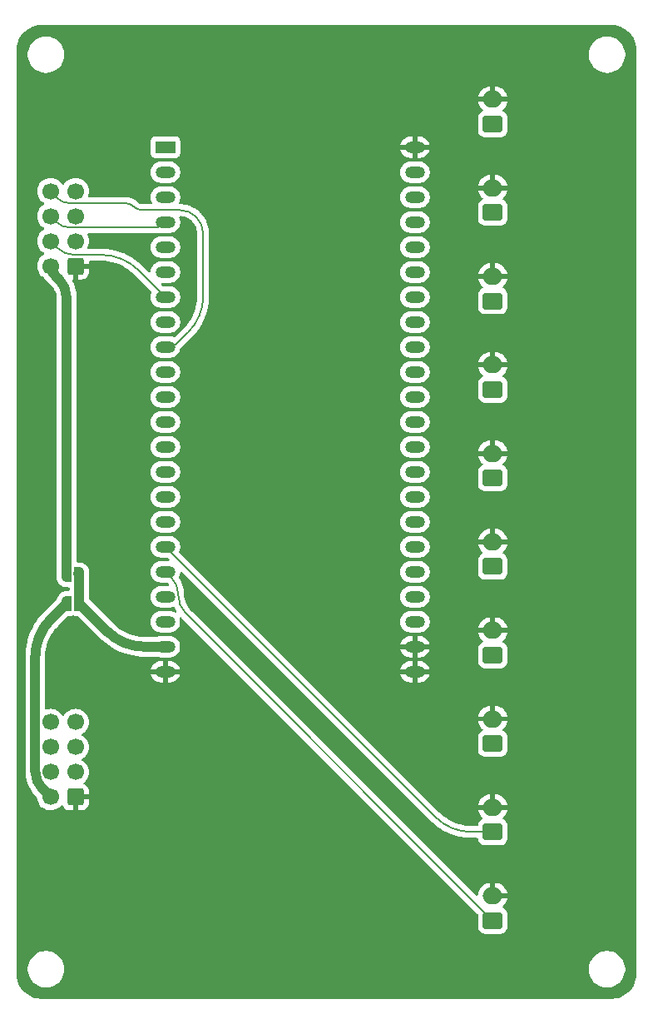
<source format=gbr>
%TF.GenerationSoftware,KiCad,Pcbnew,8.0.6*%
%TF.CreationDate,2025-02-05T19:47:27+13:00*%
%TF.ProjectId,Door Controller,446f6f72-2043-46f6-9e74-726f6c6c6572,rev?*%
%TF.SameCoordinates,Original*%
%TF.FileFunction,Copper,L1,Top*%
%TF.FilePolarity,Positive*%
%FSLAX46Y46*%
G04 Gerber Fmt 4.6, Leading zero omitted, Abs format (unit mm)*
G04 Created by KiCad (PCBNEW 8.0.6) date 2025-02-05 19:47:27*
%MOMM*%
%LPD*%
G01*
G04 APERTURE LIST*
G04 Aperture macros list*
%AMRoundRect*
0 Rectangle with rounded corners*
0 $1 Rounding radius*
0 $2 $3 $4 $5 $6 $7 $8 $9 X,Y pos of 4 corners*
0 Add a 4 corners polygon primitive as box body*
4,1,4,$2,$3,$4,$5,$6,$7,$8,$9,$2,$3,0*
0 Add four circle primitives for the rounded corners*
1,1,$1+$1,$2,$3*
1,1,$1+$1,$4,$5*
1,1,$1+$1,$6,$7*
1,1,$1+$1,$8,$9*
0 Add four rect primitives between the rounded corners*
20,1,$1+$1,$2,$3,$4,$5,0*
20,1,$1+$1,$4,$5,$6,$7,0*
20,1,$1+$1,$6,$7,$8,$9,0*
20,1,$1+$1,$8,$9,$2,$3,0*%
%AMFreePoly0*
4,1,19,0.000000,0.744911,0.071157,0.744911,0.207708,0.704816,0.327430,0.627875,0.420627,0.520320,0.479746,0.390866,0.500000,0.250000,0.500000,-0.250000,0.479746,-0.390866,0.420627,-0.520320,0.327430,-0.627875,0.207708,-0.704816,0.071157,-0.744911,0.000000,-0.744911,0.000000,-0.750000,-0.500000,-0.750000,-0.500000,0.750000,0.000000,0.750000,0.000000,0.744911,0.000000,0.744911,
$1*%
%AMFreePoly1*
4,1,19,0.500000,-0.750000,0.000000,-0.750000,0.000000,-0.744911,-0.071157,-0.744911,-0.207708,-0.704816,-0.327430,-0.627875,-0.420627,-0.520320,-0.479746,-0.390866,-0.500000,-0.250000,-0.500000,0.250000,-0.479746,0.390866,-0.420627,0.520320,-0.327430,0.627875,-0.207708,0.704816,-0.071157,0.744911,0.000000,0.744911,0.000000,0.750000,0.500000,0.750000,0.500000,-0.750000,0.500000,-0.750000,
$1*%
G04 Aperture macros list end*
%TA.AperFunction,ComponentPad*%
%ADD10O,2.000000X1.700000*%
%TD*%
%TA.AperFunction,ComponentPad*%
%ADD11RoundRect,0.250000X0.750000X-0.600000X0.750000X0.600000X-0.750000X0.600000X-0.750000X-0.600000X0*%
%TD*%
%TA.AperFunction,SMDPad,CuDef*%
%ADD12FreePoly0,0.000000*%
%TD*%
%TA.AperFunction,SMDPad,CuDef*%
%ADD13FreePoly1,0.000000*%
%TD*%
%TA.AperFunction,ComponentPad*%
%ADD14C,1.700000*%
%TD*%
%TA.AperFunction,ComponentPad*%
%ADD15RoundRect,0.250000X0.600000X0.600000X-0.600000X0.600000X-0.600000X-0.600000X0.600000X-0.600000X0*%
%TD*%
%TA.AperFunction,ComponentPad*%
%ADD16O,2.000000X1.200000*%
%TD*%
%TA.AperFunction,ComponentPad*%
%ADD17R,2.000000X1.200000*%
%TD*%
%TA.AperFunction,Conductor*%
%ADD18C,1.000000*%
%TD*%
%TA.AperFunction,Conductor*%
%ADD19C,0.200000*%
%TD*%
G04 APERTURE END LIST*
D10*
%TO.P,J7,2,Pin_2*%
%TO.N,GND*%
X98975000Y-112050000D03*
D11*
%TO.P,J7,1,Pin_1*%
%TO.N,Switch 7*%
X98975000Y-114550000D03*
%TD*%
D10*
%TO.P,J1,2,Pin_2*%
%TO.N,GND*%
X98975000Y-58050000D03*
D11*
%TO.P,J1,1,Pin_1*%
%TO.N,Switch 1*%
X98975000Y-60550000D03*
%TD*%
D10*
%TO.P,J4,2,Pin_2*%
%TO.N,GND*%
X98975000Y-85050000D03*
D11*
%TO.P,J4,1,Pin_1*%
%TO.N,Switch 4*%
X98975000Y-87550000D03*
%TD*%
D10*
%TO.P,J5,2,Pin_2*%
%TO.N,GND*%
X98975000Y-94050000D03*
D11*
%TO.P,J5,1,Pin_1*%
%TO.N,Switch 5*%
X98975000Y-96550000D03*
%TD*%
D10*
%TO.P,J9,2,Pin_2*%
%TO.N,GND*%
X98975000Y-130050000D03*
D11*
%TO.P,J9,1,Pin_1*%
%TO.N,Switch 9*%
X98975000Y-132550000D03*
%TD*%
D10*
%TO.P,J8,2,Pin_2*%
%TO.N,GND*%
X98975000Y-121050000D03*
D11*
%TO.P,J8,1,Pin_1*%
%TO.N,Switch 8*%
X98975000Y-123550000D03*
%TD*%
D12*
%TO.P,JP3,2,B*%
%TO.N,+5V*%
X56900000Y-109300000D03*
D13*
%TO.P,JP3,1,A*%
%TO.N,Controller 2 +5v*%
X55600000Y-109300000D03*
%TD*%
D10*
%TO.P,J3,2,Pin_2*%
%TO.N,GND*%
X98975000Y-76050000D03*
D11*
%TO.P,J3,1,Pin_1*%
%TO.N,Switch 3*%
X98975000Y-78550000D03*
%TD*%
D14*
%TO.P,J21,8,Pin_8*%
%TO.N,Controller 1 B PWM*%
X53960000Y-67380000D03*
%TO.P,J21,7,Pin_7*%
%TO.N,Controller 1 A PWM*%
X56500000Y-67380000D03*
%TO.P,J21,6,Pin_6*%
%TO.N,Controller 1 A*%
X53960000Y-69920000D03*
%TO.P,J21,5,Pin_5*%
%TO.N,Controller 1 a*%
X56500000Y-69920000D03*
%TO.P,J21,4,Pin_4*%
%TO.N,Controller 1 B*%
X53960000Y-72460000D03*
%TO.P,J21,3,Pin_3*%
%TO.N,Controller 1 b*%
X56500000Y-72460000D03*
%TO.P,J21,2,Pin_2*%
%TO.N,Controller 1 +5v*%
X53960000Y-75000000D03*
D15*
%TO.P,J21,1,Pin_1*%
%TO.N,GND*%
X56500000Y-75000000D03*
%TD*%
D14*
%TO.P,J22,8,Pin_8*%
%TO.N,Controller 2 B PWM*%
X53960000Y-121380000D03*
%TO.P,J22,7,Pin_7*%
%TO.N,Controller 2 A PWM*%
X56500000Y-121380000D03*
%TO.P,J22,6,Pin_6*%
%TO.N,Controller 2 A*%
X53960000Y-123920000D03*
%TO.P,J22,5,Pin_5*%
%TO.N,Controller 2 a*%
X56500000Y-123920000D03*
%TO.P,J22,4,Pin_4*%
%TO.N,Controller 2 B*%
X53960000Y-126460000D03*
%TO.P,J22,3,Pin_3*%
%TO.N,Controller 2 b*%
X56500000Y-126460000D03*
%TO.P,J22,2,Pin_2*%
%TO.N,Controller 2 +5v*%
X53960000Y-129000000D03*
D15*
%TO.P,J22,1,Pin_1*%
%TO.N,GND*%
X56500000Y-129000000D03*
%TD*%
D16*
%TO.P,U1,44,GND*%
%TO.N,GND*%
X91050000Y-62904740D03*
%TO.P,U1,43,GPIO43/U0TXD*%
%TO.N,unconnected-(U1-GPIO43{slash}U0TXD-Pad43)*%
X91050000Y-65444740D03*
%TO.P,U1,42,GPIO44/U0RXD*%
%TO.N,unconnected-(U1-GPIO44{slash}U0RXD-Pad42)*%
X91050000Y-67984740D03*
%TO.P,U1,41,GPIO1/ADC1_CH0*%
%TO.N,Switch 1*%
X91050000Y-70524740D03*
%TO.P,U1,40,GPIO2/ADC1_CH1*%
%TO.N,Switch 2*%
X91050000Y-73064740D03*
%TO.P,U1,39,GPIO42/MTMS*%
%TO.N,unconnected-(U1-GPIO42{slash}MTMS-Pad39)*%
X91050000Y-75604740D03*
%TO.P,U1,38,GPIO41/MTDI*%
%TO.N,unconnected-(U1-GPIO41{slash}MTDI-Pad38)*%
X91050000Y-78144740D03*
%TO.P,U1,37,GPIO40/MTDO*%
%TO.N,unconnected-(U1-GPIO40{slash}MTDO-Pad37)*%
X91050000Y-80684740D03*
%TO.P,U1,36,GPIO39/MTCK*%
%TO.N,unconnected-(U1-GPIO39{slash}MTCK-Pad36)*%
X91050000Y-83224740D03*
%TO.P,U1,35,GPIO38*%
%TO.N,Switch 3*%
X91050000Y-85764740D03*
%TO.P,U1,34,GPIO37*%
%TO.N,Switch 4*%
X91050000Y-88304740D03*
%TO.P,U1,33,GPIO36*%
%TO.N,Switch 5*%
X91050000Y-90844740D03*
%TO.P,U1,32,GPIO35*%
%TO.N,Switch 6*%
X91050000Y-93384740D03*
%TO.P,U1,31,GPIO0*%
%TO.N,unconnected-(U1-GPIO0-Pad31)*%
X91050000Y-95924740D03*
%TO.P,U1,30,GPIO45*%
%TO.N,unconnected-(U1-GPIO45-Pad30)*%
X91050000Y-98464740D03*
%TO.P,U1,29,GPIO48*%
%TO.N,RGB LED*%
X91050000Y-101004740D03*
%TO.P,U1,28,GPIO47*%
%TO.N,Switch 7*%
X91050000Y-103544740D03*
%TO.P,U1,27,GPIO21*%
%TO.N,Switch 8*%
X91050000Y-106084740D03*
%TO.P,U1,26,GPIO20/USB_D+*%
%TO.N,unconnected-(U1-GPIO20{slash}USB_D+-Pad26)*%
X91050000Y-108624740D03*
%TO.P,U1,25,GPIO19/USB_D-*%
%TO.N,unconnected-(U1-GPIO19{slash}USB_D--Pad25)*%
X91050000Y-111164740D03*
%TO.P,U1,24,GND*%
%TO.N,GND*%
X91050000Y-113704740D03*
%TO.P,U1,23,GND*%
X91050000Y-116244740D03*
%TO.P,U1,22,GND*%
X65646320Y-116242020D03*
%TO.P,U1,21,5V*%
%TO.N,+5V*%
X65646320Y-113702020D03*
%TO.P,U1,20,GPIO14/ADC2_CH3*%
%TO.N,unconnected-(U1-GPIO14{slash}ADC2_CH3-Pad20)*%
X65646320Y-111162020D03*
%TO.P,U1,19,GPIO13/ADC2_CH2*%
%TO.N,unconnected-(U1-GPIO13{slash}ADC2_CH2-Pad19)*%
X65650000Y-108624740D03*
%TO.P,U1,18,GPIO12/ADC2_CH1*%
%TO.N,Switch 10*%
X65650000Y-106084740D03*
%TO.P,U1,17,GPIO11/ADC2_CH0*%
%TO.N,Switch 9*%
X65650000Y-103544740D03*
%TO.P,U1,16,GPIO10/ADC1_CH9*%
%TO.N,Controller 2 B PWM*%
X65650000Y-101004740D03*
%TO.P,U1,15,GPIO9/ADC1_CH8*%
%TO.N,Controller 2 b*%
X65650000Y-98464740D03*
%TO.P,U1,14,GPIO46*%
%TO.N,unconnected-(U1-GPIO46-Pad14)*%
X65650000Y-95924740D03*
%TO.P,U1,13,GPIO3/ADC1_CH2*%
%TO.N,Controller 2 B*%
X65650000Y-93384740D03*
%TO.P,U1,12,GPIO8/ADC1_CH7*%
%TO.N,Controller 2 A PWM*%
X65650000Y-90844740D03*
%TO.P,U1,11,GPIO18/ADC2_CH7*%
%TO.N,Controller 2 a*%
X65650000Y-88304740D03*
%TO.P,U1,10,GPIO17/ADC2_CH6*%
%TO.N,Controller 2 A*%
X65650000Y-85764740D03*
%TO.P,U1,9,GPIO16/ADC2_CH5/32K_N*%
%TO.N,Controller 1 B PWM*%
X65650000Y-83224740D03*
%TO.P,U1,8,GPIO15/ADC2_CH4/32K_P*%
%TO.N,Controller 1 b*%
X65650000Y-80684740D03*
%TO.P,U1,7,GPIO7/ADC1_CH6*%
%TO.N,Controller 1 B*%
X65650000Y-78144740D03*
%TO.P,U1,6,GPIO6/ADC1_CH5*%
%TO.N,Controller 1 A PWM*%
X65650000Y-75604740D03*
%TO.P,U1,5,GPIO5/ADC1_CH4*%
%TO.N,Controller 1 a*%
X65650000Y-73064740D03*
%TO.P,U1,4,GPIO4/ADC1_CH3*%
%TO.N,Controller 1 A*%
X65650000Y-70524740D03*
%TO.P,U1,3,CHIP_PU*%
%TO.N,unconnected-(U1-CHIP_PU-Pad3)*%
X65650000Y-67984740D03*
%TO.P,U1,2,3V3*%
%TO.N,Net-(U1-3V3-Pad1)*%
X65650000Y-65444740D03*
D17*
%TO.P,U1,1,3V3*%
X65650000Y-62904740D03*
%TD*%
D10*
%TO.P,J2,2,Pin_2*%
%TO.N,GND*%
X98975000Y-67050000D03*
D11*
%TO.P,J2,1,Pin_1*%
%TO.N,Switch 2*%
X98975000Y-69550000D03*
%TD*%
D10*
%TO.P,J10,2,Pin_2*%
%TO.N,GND*%
X98975000Y-139050000D03*
D11*
%TO.P,J10,1,Pin_1*%
%TO.N,Switch 10*%
X98975000Y-141550000D03*
%TD*%
D10*
%TO.P,J6,2,Pin_2*%
%TO.N,GND*%
X98975000Y-103050000D03*
D11*
%TO.P,J6,1,Pin_1*%
%TO.N,Switch 6*%
X98975000Y-105550000D03*
%TD*%
D12*
%TO.P,JP2,2,B*%
%TO.N,+5V*%
X56900000Y-106400000D03*
D13*
%TO.P,JP2,1,A*%
%TO.N,Controller 1 +5v*%
X55600000Y-106400000D03*
%TD*%
D18*
%TO.N,+5V*%
X56900000Y-109300000D02*
X56900000Y-106453484D01*
X56813658Y-106313658D02*
X56900000Y-106400000D01*
X63474170Y-113702020D02*
X65646320Y-113702020D01*
X56900000Y-109300000D02*
X59766078Y-112166078D01*
X56855045Y-106344954D02*
X56813658Y-106303567D01*
%TO.N,Controller 1 +5v*%
X54780000Y-76280000D02*
X54122634Y-75622634D01*
D19*
X53960000Y-75230000D02*
X53960000Y-75000000D01*
D18*
X55600000Y-78259655D02*
X55600000Y-106400000D01*
%TO.N,Controller 2 +5v*%
X52410000Y-114743963D02*
X52410000Y-126353984D01*
X54003792Y-110896207D02*
X55600000Y-109300000D01*
X53185000Y-128225000D02*
X53960000Y-129000000D01*
D19*
%TO.N,Controller 1 A*%
X65377370Y-70797370D02*
X65650000Y-70524740D01*
X54535000Y-70495000D02*
X53960000Y-69920000D01*
X64719182Y-71070000D02*
X55923172Y-71070000D01*
%TO.N,Controller 1 B*%
X59096036Y-73850000D02*
X56332878Y-73850000D01*
X54655000Y-73155000D02*
X53960000Y-72460000D01*
X65642880Y-78142880D02*
X62943792Y-75443792D01*
X65647370Y-78144740D02*
X65650000Y-78144740D01*
%TO.N,Controller 1 B PWM*%
X54530000Y-68030000D02*
X53988284Y-67488284D01*
X69500000Y-78061185D02*
X69500000Y-71689949D01*
X55906101Y-68600000D02*
X61581259Y-68600000D01*
X53960000Y-67420000D02*
X53960000Y-67380000D01*
X66062630Y-83224740D02*
X65650000Y-83224740D01*
X67110050Y-69300000D02*
X63271208Y-69300000D01*
X66767033Y-82932966D02*
X67987630Y-81712370D01*
%TO.N,Switch 10*%
X66300000Y-106734740D02*
X65650000Y-106084740D01*
X67706696Y-110281696D02*
X98975000Y-141550000D01*
X66950000Y-108303978D02*
X66950000Y-108454870D01*
%TO.N,Switch 9*%
X96815130Y-132550000D02*
X98975000Y-132550000D01*
X93128001Y-131022741D02*
X65650000Y-103544740D01*
D18*
%TO.N,+5V*%
X56810091Y-106305045D02*
G75*
G03*
X56813675Y-106313641I12209J45D01*
G01*
X56813658Y-106303567D02*
G75*
G03*
X56810156Y-106305044I-1458J-1433D01*
G01*
X59766078Y-112166078D02*
G75*
G03*
X63474170Y-113702045I3708122J3708078D01*
G01*
X56855045Y-106344954D02*
G75*
G02*
X56900007Y-106453484I-108545J-108546D01*
G01*
D19*
%TO.N,Controller 1 +5v*%
X53960000Y-75230000D02*
G75*
G03*
X54122628Y-75622640I555300J0D01*
G01*
D18*
X54780000Y-76280000D02*
G75*
G02*
X55600019Y-78259655I-1979700J-1979700D01*
G01*
%TO.N,Controller 2 +5v*%
X52410000Y-126353984D02*
G75*
G03*
X53184995Y-128225005I2646000J-16D01*
G01*
X54003792Y-110896207D02*
G75*
G03*
X52409959Y-114743963I3847708J-3847793D01*
G01*
D19*
%TO.N,Controller 1 A*%
X54535000Y-70495000D02*
G75*
G03*
X55923172Y-71070011I1388200J1388200D01*
G01*
X65377370Y-70797370D02*
G75*
G02*
X64719182Y-71069993I-658170J658170D01*
G01*
%TO.N,Controller 1 B*%
X54655000Y-73155000D02*
G75*
G03*
X56332878Y-73850009I1677900J1677900D01*
G01*
X62943792Y-75443792D02*
G75*
G03*
X59096036Y-73849989I-3847792J-3847808D01*
G01*
X65642880Y-78142880D02*
G75*
G03*
X65647370Y-78144764I4520J4480D01*
G01*
%TO.N,Controller 1 B PWM*%
X53960000Y-67420000D02*
G75*
G03*
X53988277Y-67488291I96600J0D01*
G01*
X62426234Y-68950000D02*
G75*
G03*
X61581259Y-68600036I-844934J-845000D01*
G01*
X62426234Y-68950000D02*
G75*
G03*
X63271208Y-69299986I844966J845000D01*
G01*
X68800000Y-70000000D02*
G75*
G03*
X67110050Y-69299979I-1690000J-1690000D01*
G01*
X68800000Y-70000000D02*
G75*
G02*
X69500021Y-71689949I-1690000J-1690000D01*
G01*
X69500000Y-78061185D02*
G75*
G02*
X67987647Y-81712387I-5163600J-15D01*
G01*
X54530000Y-68030000D02*
G75*
G03*
X55906101Y-68599999I1376100J1376100D01*
G01*
X66767033Y-82932966D02*
G75*
G02*
X66062630Y-83224771I-704433J704366D01*
G01*
%TO.N,Switch 10*%
X66950000Y-108454870D02*
G75*
G03*
X67706686Y-110281706I2583500J-30D01*
G01*
X66300000Y-106734740D02*
G75*
G02*
X66950026Y-108303978I-1569200J-1569260D01*
G01*
%TO.N,Switch 9*%
X93128001Y-131022741D02*
G75*
G03*
X96815130Y-132549975I3687099J3687141D01*
G01*
%TD*%
%TA.AperFunction,Conductor*%
%TO.N,GND*%
G36*
X111103736Y-50500726D02*
G01*
X111393796Y-50518271D01*
X111408659Y-50520076D01*
X111690798Y-50571780D01*
X111705335Y-50575363D01*
X111979172Y-50660695D01*
X111993163Y-50666000D01*
X112254743Y-50783727D01*
X112267989Y-50790680D01*
X112513465Y-50939075D01*
X112525776Y-50947573D01*
X112751573Y-51124473D01*
X112762781Y-51134403D01*
X112965596Y-51337218D01*
X112975526Y-51348426D01*
X113095481Y-51501538D01*
X113152422Y-51574217D01*
X113160926Y-51586537D01*
X113218128Y-51681161D01*
X113309316Y-51832004D01*
X113316275Y-51845263D01*
X113433997Y-52106831D01*
X113439306Y-52120832D01*
X113524635Y-52394663D01*
X113528219Y-52409201D01*
X113579923Y-52691340D01*
X113581728Y-52706205D01*
X113599274Y-52996263D01*
X113599500Y-53003750D01*
X113599500Y-146996249D01*
X113599274Y-147003736D01*
X113581728Y-147293794D01*
X113579923Y-147308659D01*
X113528219Y-147590798D01*
X113524635Y-147605336D01*
X113439306Y-147879167D01*
X113433997Y-147893168D01*
X113316275Y-148154736D01*
X113309316Y-148167995D01*
X113160928Y-148413459D01*
X113152422Y-148425782D01*
X112975526Y-148651573D01*
X112965596Y-148662781D01*
X112762781Y-148865596D01*
X112751573Y-148875526D01*
X112525782Y-149052422D01*
X112513459Y-149060928D01*
X112267995Y-149209316D01*
X112254736Y-149216275D01*
X111993168Y-149333997D01*
X111979167Y-149339306D01*
X111705336Y-149424635D01*
X111690798Y-149428219D01*
X111408659Y-149479923D01*
X111393794Y-149481728D01*
X111103736Y-149499274D01*
X111096249Y-149499500D01*
X53003751Y-149499500D01*
X52996264Y-149499274D01*
X52706205Y-149481728D01*
X52691340Y-149479923D01*
X52409201Y-149428219D01*
X52394663Y-149424635D01*
X52120832Y-149339306D01*
X52106831Y-149333997D01*
X51845263Y-149216275D01*
X51832004Y-149209316D01*
X51586540Y-149060928D01*
X51574217Y-149052422D01*
X51348426Y-148875526D01*
X51337218Y-148865596D01*
X51134403Y-148662781D01*
X51124473Y-148651573D01*
X50947573Y-148425776D01*
X50939075Y-148413465D01*
X50790680Y-148167989D01*
X50783727Y-148154743D01*
X50666000Y-147893163D01*
X50660693Y-147879167D01*
X50611949Y-147722743D01*
X50575363Y-147605335D01*
X50571780Y-147590798D01*
X50520076Y-147308659D01*
X50518271Y-147293794D01*
X50500726Y-147003736D01*
X50500500Y-146996249D01*
X50500500Y-146378711D01*
X51649500Y-146378711D01*
X51649500Y-146621288D01*
X51681161Y-146861785D01*
X51743947Y-147096104D01*
X51836773Y-147320205D01*
X51836776Y-147320212D01*
X51958064Y-147530289D01*
X51958066Y-147530292D01*
X51958067Y-147530293D01*
X52105733Y-147722736D01*
X52105739Y-147722743D01*
X52277256Y-147894260D01*
X52277262Y-147894265D01*
X52469711Y-148041936D01*
X52679788Y-148163224D01*
X52903900Y-148256054D01*
X53138211Y-148318838D01*
X53318586Y-148342584D01*
X53378711Y-148350500D01*
X53378712Y-148350500D01*
X53621289Y-148350500D01*
X53669388Y-148344167D01*
X53861789Y-148318838D01*
X54096100Y-148256054D01*
X54320212Y-148163224D01*
X54530289Y-148041936D01*
X54722738Y-147894265D01*
X54894265Y-147722738D01*
X55041936Y-147530289D01*
X55163224Y-147320212D01*
X55256054Y-147096100D01*
X55318838Y-146861789D01*
X55350500Y-146621288D01*
X55350500Y-146378712D01*
X55350500Y-146378711D01*
X108749500Y-146378711D01*
X108749500Y-146621288D01*
X108781161Y-146861785D01*
X108843947Y-147096104D01*
X108936773Y-147320205D01*
X108936776Y-147320212D01*
X109058064Y-147530289D01*
X109058066Y-147530292D01*
X109058067Y-147530293D01*
X109205733Y-147722736D01*
X109205739Y-147722743D01*
X109377256Y-147894260D01*
X109377262Y-147894265D01*
X109569711Y-148041936D01*
X109779788Y-148163224D01*
X110003900Y-148256054D01*
X110238211Y-148318838D01*
X110418586Y-148342584D01*
X110478711Y-148350500D01*
X110478712Y-148350500D01*
X110721289Y-148350500D01*
X110769388Y-148344167D01*
X110961789Y-148318838D01*
X111196100Y-148256054D01*
X111420212Y-148163224D01*
X111630289Y-148041936D01*
X111822738Y-147894265D01*
X111994265Y-147722738D01*
X112141936Y-147530289D01*
X112263224Y-147320212D01*
X112356054Y-147096100D01*
X112418838Y-146861789D01*
X112450500Y-146621288D01*
X112450500Y-146378712D01*
X112418838Y-146138211D01*
X112356054Y-145903900D01*
X112263224Y-145679788D01*
X112141936Y-145469711D01*
X111994265Y-145277262D01*
X111994260Y-145277256D01*
X111822743Y-145105739D01*
X111822736Y-145105733D01*
X111630293Y-144958067D01*
X111630292Y-144958066D01*
X111630289Y-144958064D01*
X111420212Y-144836776D01*
X111420205Y-144836773D01*
X111196104Y-144743947D01*
X110961785Y-144681161D01*
X110721289Y-144649500D01*
X110721288Y-144649500D01*
X110478712Y-144649500D01*
X110478711Y-144649500D01*
X110238214Y-144681161D01*
X110003895Y-144743947D01*
X109779794Y-144836773D01*
X109779785Y-144836777D01*
X109569706Y-144958067D01*
X109377263Y-145105733D01*
X109377256Y-145105739D01*
X109205739Y-145277256D01*
X109205733Y-145277263D01*
X109058067Y-145469706D01*
X108936777Y-145679785D01*
X108936773Y-145679794D01*
X108843947Y-145903895D01*
X108781161Y-146138214D01*
X108749500Y-146378711D01*
X55350500Y-146378711D01*
X55318838Y-146138211D01*
X55256054Y-145903900D01*
X55163224Y-145679788D01*
X55041936Y-145469711D01*
X54894265Y-145277262D01*
X54894260Y-145277256D01*
X54722743Y-145105739D01*
X54722736Y-145105733D01*
X54530293Y-144958067D01*
X54530292Y-144958066D01*
X54530289Y-144958064D01*
X54320212Y-144836776D01*
X54320205Y-144836773D01*
X54096104Y-144743947D01*
X53861785Y-144681161D01*
X53621289Y-144649500D01*
X53621288Y-144649500D01*
X53378712Y-144649500D01*
X53378711Y-144649500D01*
X53138214Y-144681161D01*
X52903895Y-144743947D01*
X52679794Y-144836773D01*
X52679785Y-144836777D01*
X52469706Y-144958067D01*
X52277263Y-145105733D01*
X52277256Y-145105739D01*
X52105739Y-145277256D01*
X52105733Y-145277263D01*
X51958067Y-145469706D01*
X51836777Y-145679785D01*
X51836773Y-145679794D01*
X51743947Y-145903895D01*
X51681161Y-146138214D01*
X51649500Y-146378711D01*
X50500500Y-146378711D01*
X50500500Y-114645418D01*
X51409500Y-114645418D01*
X51409500Y-126458210D01*
X51409506Y-126458339D01*
X51409506Y-126533116D01*
X51444620Y-126889666D01*
X51444620Y-126889668D01*
X51514516Y-127241073D01*
X51514518Y-127241079D01*
X51605086Y-127539647D01*
X51618523Y-127583941D01*
X51714502Y-127815659D01*
X51755629Y-127914948D01*
X51755633Y-127914955D01*
X51924522Y-128230927D01*
X52123580Y-128528839D01*
X52350861Y-128805781D01*
X52350872Y-128805793D01*
X52446539Y-128901460D01*
X52446540Y-128901460D01*
X52578109Y-129033030D01*
X52611593Y-129094353D01*
X52613955Y-129109902D01*
X52624936Y-129235403D01*
X52624938Y-129235413D01*
X52686094Y-129463655D01*
X52686096Y-129463659D01*
X52686097Y-129463663D01*
X52772975Y-129649973D01*
X52785965Y-129677830D01*
X52785967Y-129677834D01*
X52838387Y-129752697D01*
X52921505Y-129871401D01*
X53088599Y-130038495D01*
X53185384Y-130106265D01*
X53282165Y-130174032D01*
X53282167Y-130174033D01*
X53282170Y-130174035D01*
X53496337Y-130273903D01*
X53496343Y-130273904D01*
X53496344Y-130273905D01*
X53535356Y-130284358D01*
X53724592Y-130335063D01*
X53912918Y-130351539D01*
X53959999Y-130355659D01*
X53960000Y-130355659D01*
X53960001Y-130355659D01*
X53999234Y-130352226D01*
X54195408Y-130335063D01*
X54423663Y-130273903D01*
X54637830Y-130174035D01*
X54831401Y-130038495D01*
X54998495Y-129871401D01*
X54998505Y-129871385D01*
X55000015Y-129869588D01*
X55000890Y-129869005D01*
X55002323Y-129867573D01*
X55002610Y-129867860D01*
X55058185Y-129830884D01*
X55128046Y-129829772D01*
X55187418Y-129866607D01*
X55212713Y-129910283D01*
X55215640Y-129919117D01*
X55215643Y-129919124D01*
X55307684Y-130068345D01*
X55431654Y-130192315D01*
X55580875Y-130284356D01*
X55580880Y-130284358D01*
X55747302Y-130339505D01*
X55747309Y-130339506D01*
X55850019Y-130349999D01*
X56249999Y-130349999D01*
X56250000Y-130349998D01*
X56250000Y-129433012D01*
X56307007Y-129465925D01*
X56434174Y-129500000D01*
X56565826Y-129500000D01*
X56692993Y-129465925D01*
X56750000Y-129433012D01*
X56750000Y-130349999D01*
X57149972Y-130349999D01*
X57149986Y-130349998D01*
X57252697Y-130339505D01*
X57419119Y-130284358D01*
X57419124Y-130284356D01*
X57568345Y-130192315D01*
X57692315Y-130068345D01*
X57784356Y-129919124D01*
X57784358Y-129919119D01*
X57839505Y-129752697D01*
X57839506Y-129752690D01*
X57849999Y-129649986D01*
X57850000Y-129649973D01*
X57850000Y-129250000D01*
X56933012Y-129250000D01*
X56965925Y-129192993D01*
X57000000Y-129065826D01*
X57000000Y-128934174D01*
X56965925Y-128807007D01*
X56933012Y-128750000D01*
X57849999Y-128750000D01*
X57849999Y-128350028D01*
X57849998Y-128350013D01*
X57839505Y-128247302D01*
X57784358Y-128080880D01*
X57784356Y-128080875D01*
X57692315Y-127931654D01*
X57568345Y-127807684D01*
X57419124Y-127715643D01*
X57419117Y-127715640D01*
X57410283Y-127712713D01*
X57352839Y-127672939D01*
X57326018Y-127608422D01*
X57338335Y-127539647D01*
X57367682Y-127502432D01*
X57367573Y-127502323D01*
X57368495Y-127501400D01*
X57369588Y-127500015D01*
X57371385Y-127498505D01*
X57371401Y-127498495D01*
X57538495Y-127331401D01*
X57674035Y-127137830D01*
X57773903Y-126923663D01*
X57835063Y-126695408D01*
X57855659Y-126460000D01*
X57835063Y-126224592D01*
X57773903Y-125996337D01*
X57674035Y-125782171D01*
X57668425Y-125774158D01*
X57538494Y-125588597D01*
X57371402Y-125421506D01*
X57371396Y-125421501D01*
X57185842Y-125291575D01*
X57142217Y-125236998D01*
X57135023Y-125167500D01*
X57166546Y-125105145D01*
X57185842Y-125088425D01*
X57208026Y-125072891D01*
X57371401Y-124958495D01*
X57538495Y-124791401D01*
X57674035Y-124597830D01*
X57773903Y-124383663D01*
X57835063Y-124155408D01*
X57855659Y-123920000D01*
X57835063Y-123684592D01*
X57773903Y-123456337D01*
X57674035Y-123242171D01*
X57668425Y-123234158D01*
X57538494Y-123048597D01*
X57371402Y-122881506D01*
X57371396Y-122881501D01*
X57185842Y-122751575D01*
X57142217Y-122696998D01*
X57135023Y-122627500D01*
X57166546Y-122565145D01*
X57185842Y-122548425D01*
X57281646Y-122481342D01*
X57371401Y-122418495D01*
X57538495Y-122251401D01*
X57674035Y-122057830D01*
X57773903Y-121843663D01*
X57835063Y-121615408D01*
X57855659Y-121380000D01*
X57835063Y-121144592D01*
X57773903Y-120916337D01*
X57674035Y-120702171D01*
X57668425Y-120694158D01*
X57538494Y-120508597D01*
X57371402Y-120341506D01*
X57371395Y-120341501D01*
X57177834Y-120205967D01*
X57177830Y-120205965D01*
X57101850Y-120170535D01*
X56963663Y-120106097D01*
X56963659Y-120106096D01*
X56963655Y-120106094D01*
X56735413Y-120044938D01*
X56735403Y-120044936D01*
X56500001Y-120024341D01*
X56499999Y-120024341D01*
X56264596Y-120044936D01*
X56264586Y-120044938D01*
X56036344Y-120106094D01*
X56036335Y-120106098D01*
X55822171Y-120205964D01*
X55822169Y-120205965D01*
X55628597Y-120341505D01*
X55461505Y-120508597D01*
X55331575Y-120694158D01*
X55276998Y-120737783D01*
X55207500Y-120744977D01*
X55145145Y-120713454D01*
X55128425Y-120694158D01*
X54998494Y-120508597D01*
X54831402Y-120341506D01*
X54831395Y-120341501D01*
X54637834Y-120205967D01*
X54637830Y-120205965D01*
X54561850Y-120170535D01*
X54423663Y-120106097D01*
X54423659Y-120106096D01*
X54423655Y-120106094D01*
X54195413Y-120044938D01*
X54195403Y-120044936D01*
X53960001Y-120024341D01*
X53959999Y-120024341D01*
X53724596Y-120044936D01*
X53724583Y-120044939D01*
X53566592Y-120087271D01*
X53496742Y-120085608D01*
X53438880Y-120046445D01*
X53411377Y-119982216D01*
X53410500Y-119967496D01*
X53410500Y-115992019D01*
X64172204Y-115992019D01*
X64172205Y-115992020D01*
X65330634Y-115992020D01*
X65326240Y-115996414D01*
X65273579Y-116087626D01*
X65246320Y-116189359D01*
X65246320Y-116294681D01*
X65273579Y-116396414D01*
X65326240Y-116487626D01*
X65330634Y-116492020D01*
X64172205Y-116492020D01*
X64173405Y-116499604D01*
X64226911Y-116664275D01*
X64305515Y-116818544D01*
X64407287Y-116958622D01*
X64529717Y-117081052D01*
X64669795Y-117182824D01*
X64824062Y-117261428D01*
X64988735Y-117314934D01*
X65159749Y-117342020D01*
X65396320Y-117342020D01*
X65396320Y-116557706D01*
X65400714Y-116562100D01*
X65491926Y-116614761D01*
X65593659Y-116642020D01*
X65698981Y-116642020D01*
X65800714Y-116614761D01*
X65891926Y-116562100D01*
X65896320Y-116557706D01*
X65896320Y-117342020D01*
X66132891Y-117342020D01*
X66303904Y-117314934D01*
X66468577Y-117261428D01*
X66622844Y-117182824D01*
X66762922Y-117081052D01*
X66885352Y-116958622D01*
X66987124Y-116818544D01*
X67065728Y-116664275D01*
X67119234Y-116499604D01*
X67120435Y-116492020D01*
X65962006Y-116492020D01*
X65966400Y-116487626D01*
X66019061Y-116396414D01*
X66046320Y-116294681D01*
X66046320Y-116189359D01*
X66019061Y-116087626D01*
X65966400Y-115996414D01*
X65962006Y-115992020D01*
X67120435Y-115992020D01*
X67120435Y-115992019D01*
X67119234Y-115984435D01*
X67065728Y-115819764D01*
X66987124Y-115665495D01*
X66885352Y-115525417D01*
X66762922Y-115402987D01*
X66622844Y-115301215D01*
X66468577Y-115222611D01*
X66303904Y-115169105D01*
X66132891Y-115142020D01*
X65896320Y-115142020D01*
X65896320Y-115926334D01*
X65891926Y-115921940D01*
X65800714Y-115869279D01*
X65698981Y-115842020D01*
X65593659Y-115842020D01*
X65491926Y-115869279D01*
X65400714Y-115921940D01*
X65396320Y-115926334D01*
X65396320Y-115142020D01*
X65159749Y-115142020D01*
X64988735Y-115169105D01*
X64824062Y-115222611D01*
X64669795Y-115301215D01*
X64529717Y-115402987D01*
X64407287Y-115525417D01*
X64305515Y-115665495D01*
X64226911Y-115819764D01*
X64173405Y-115984435D01*
X64172204Y-115992019D01*
X53410500Y-115992019D01*
X53410500Y-114746637D01*
X53410618Y-114741228D01*
X53414796Y-114645544D01*
X53427166Y-114362251D01*
X53428105Y-114351517D01*
X53477271Y-113978092D01*
X53479143Y-113967474D01*
X53560666Y-113599766D01*
X53563452Y-113589366D01*
X53676717Y-113230143D01*
X53680408Y-113220004D01*
X53824548Y-112872028D01*
X53829097Y-112862274D01*
X54003017Y-112528183D01*
X54008410Y-112518843D01*
X54210783Y-112201189D01*
X54216967Y-112192359D01*
X54446244Y-111893566D01*
X54453192Y-111885285D01*
X54456506Y-111881669D01*
X54709447Y-111605636D01*
X54713168Y-111601751D01*
X54776801Y-111538120D01*
X54776801Y-111538119D01*
X54781120Y-111533801D01*
X54781129Y-111533790D01*
X55723102Y-110591819D01*
X55784425Y-110558334D01*
X55810783Y-110555500D01*
X56100000Y-110555500D01*
X56171940Y-110550355D01*
X56209259Y-110539396D01*
X56261841Y-110535636D01*
X56400000Y-110555500D01*
X56689218Y-110555500D01*
X56756257Y-110575185D01*
X56776899Y-110591819D01*
X59132498Y-112947419D01*
X59132866Y-112947752D01*
X59173251Y-112988137D01*
X59216332Y-113031218D01*
X59553431Y-113323319D01*
X59910508Y-113590628D01*
X60285746Y-113831781D01*
X60677231Y-114045551D01*
X60855566Y-114126995D01*
X61082955Y-114230842D01*
X61082959Y-114230843D01*
X61082969Y-114230848D01*
X61500892Y-114386728D01*
X61697005Y-114444313D01*
X61928872Y-114512398D01*
X62364717Y-114607212D01*
X62364721Y-114607212D01*
X62364723Y-114607213D01*
X62806230Y-114670695D01*
X63219317Y-114700241D01*
X63251140Y-114702518D01*
X63251141Y-114702518D01*
X63369504Y-114702518D01*
X63369516Y-114702520D01*
X63375629Y-114702520D01*
X63474164Y-114702520D01*
X63566874Y-114702520D01*
X64756083Y-114702520D01*
X64812379Y-114716036D01*
X64823870Y-114721891D01*
X64823872Y-114721891D01*
X64823875Y-114721893D01*
X64988619Y-114775422D01*
X65159709Y-114802520D01*
X65159710Y-114802520D01*
X66132930Y-114802520D01*
X66132931Y-114802520D01*
X66304021Y-114775422D01*
X66468765Y-114721893D01*
X66623108Y-114643252D01*
X66763248Y-114541434D01*
X66885734Y-114418948D01*
X66987552Y-114278808D01*
X67066193Y-114124465D01*
X67119722Y-113959721D01*
X67146820Y-113788631D01*
X67146820Y-113615409D01*
X67119722Y-113444319D01*
X67066193Y-113279575D01*
X66987552Y-113125232D01*
X66885734Y-112985092D01*
X66763248Y-112862606D01*
X66623108Y-112760788D01*
X66468765Y-112682147D01*
X66304021Y-112628618D01*
X66304019Y-112628617D01*
X66304018Y-112628617D01*
X66153261Y-112604740D01*
X66132931Y-112601520D01*
X65159709Y-112601520D01*
X65139379Y-112604740D01*
X64988622Y-112628617D01*
X64823870Y-112682148D01*
X64812379Y-112688004D01*
X64756083Y-112701520D01*
X63476884Y-112701520D01*
X63471474Y-112701402D01*
X63109735Y-112685606D01*
X63098959Y-112684663D01*
X62742668Y-112637754D01*
X62732015Y-112635876D01*
X62381156Y-112558090D01*
X62370707Y-112555290D01*
X62027968Y-112447223D01*
X62017803Y-112443523D01*
X61685787Y-112305995D01*
X61675983Y-112301423D01*
X61357222Y-112135485D01*
X61347853Y-112130076D01*
X61325485Y-112115826D01*
X61044758Y-111936980D01*
X61035898Y-111930776D01*
X60750795Y-111712005D01*
X60742511Y-111705055D01*
X60682322Y-111649901D01*
X60475119Y-111460033D01*
X60471225Y-111456304D01*
X60090330Y-111075409D01*
X64145820Y-111075409D01*
X64145820Y-111248631D01*
X64172918Y-111419721D01*
X64226447Y-111584465D01*
X64305088Y-111738808D01*
X64406906Y-111878948D01*
X64529392Y-112001434D01*
X64669532Y-112103252D01*
X64823875Y-112181893D01*
X64988619Y-112235422D01*
X65159709Y-112262520D01*
X65159710Y-112262520D01*
X66132930Y-112262520D01*
X66132931Y-112262520D01*
X66304021Y-112235422D01*
X66468765Y-112181893D01*
X66623108Y-112103252D01*
X66763248Y-112001434D01*
X66885734Y-111878948D01*
X66987552Y-111738808D01*
X67066193Y-111584465D01*
X67119722Y-111419721D01*
X67146820Y-111248631D01*
X67146820Y-111075409D01*
X67119722Y-110904319D01*
X67105882Y-110861727D01*
X67103888Y-110791889D01*
X67139968Y-110732056D01*
X67202669Y-110701227D01*
X67272083Y-110709191D01*
X67311495Y-110735730D01*
X97438181Y-140862417D01*
X97471666Y-140923740D01*
X97474500Y-140950098D01*
X97474500Y-142200001D01*
X97474501Y-142200018D01*
X97485000Y-142302796D01*
X97485001Y-142302799D01*
X97540185Y-142469331D01*
X97540186Y-142469334D01*
X97632288Y-142618656D01*
X97756344Y-142742712D01*
X97905666Y-142834814D01*
X98072203Y-142889999D01*
X98174991Y-142900500D01*
X99775008Y-142900499D01*
X99877797Y-142889999D01*
X100044334Y-142834814D01*
X100193656Y-142742712D01*
X100317712Y-142618656D01*
X100409814Y-142469334D01*
X100464999Y-142302797D01*
X100475500Y-142200009D01*
X100475499Y-140899992D01*
X100464999Y-140797203D01*
X100409814Y-140630666D01*
X100317712Y-140481344D01*
X100193656Y-140357288D01*
X100044334Y-140265186D01*
X100044332Y-140265185D01*
X100038440Y-140261551D01*
X99991716Y-140209603D01*
X99980493Y-140140641D01*
X100008337Y-140076558D01*
X100015856Y-140068330D01*
X100154728Y-139929458D01*
X100279620Y-139757557D01*
X100376095Y-139568217D01*
X100441757Y-139366129D01*
X100441757Y-139366126D01*
X100452231Y-139300000D01*
X99408012Y-139300000D01*
X99440925Y-139242993D01*
X99475000Y-139115826D01*
X99475000Y-138984174D01*
X99440925Y-138857007D01*
X99408012Y-138800000D01*
X100452231Y-138800000D01*
X100441757Y-138733873D01*
X100441757Y-138733870D01*
X100376095Y-138531782D01*
X100279620Y-138342442D01*
X100154727Y-138170540D01*
X100154723Y-138170535D01*
X100004464Y-138020276D01*
X100004459Y-138020272D01*
X99832557Y-137895379D01*
X99643217Y-137798904D01*
X99441129Y-137733242D01*
X99231246Y-137700000D01*
X99225000Y-137700000D01*
X99225000Y-138616988D01*
X99167993Y-138584075D01*
X99040826Y-138550000D01*
X98909174Y-138550000D01*
X98782007Y-138584075D01*
X98725000Y-138616988D01*
X98725000Y-137700000D01*
X98718754Y-137700000D01*
X98508872Y-137733242D01*
X98508869Y-137733242D01*
X98306782Y-137798904D01*
X98117442Y-137895379D01*
X97945540Y-138020272D01*
X97945535Y-138020276D01*
X97795276Y-138170535D01*
X97795272Y-138170540D01*
X97670379Y-138342442D01*
X97573904Y-138531782D01*
X97508242Y-138733869D01*
X97508242Y-138733872D01*
X97477929Y-138925256D01*
X97447999Y-138988391D01*
X97388688Y-139025322D01*
X97318825Y-139024324D01*
X97267775Y-138993539D01*
X68157027Y-109882792D01*
X68157026Y-109882790D01*
X68133773Y-109859536D01*
X68128996Y-109854484D01*
X68096261Y-109817853D01*
X67987768Y-109696448D01*
X67979112Y-109685594D01*
X67858474Y-109515570D01*
X67851086Y-109503812D01*
X67750255Y-109321368D01*
X67744222Y-109308840D01*
X67664455Y-109116261D01*
X67659862Y-109103135D01*
X67602156Y-108902826D01*
X67599062Y-108889270D01*
X67590702Y-108840063D01*
X67564145Y-108683760D01*
X67562591Y-108669961D01*
X67550694Y-108458079D01*
X67550500Y-108451135D01*
X67550500Y-108355360D01*
X67550525Y-108355271D01*
X67550525Y-108303972D01*
X67550526Y-108303972D01*
X67550525Y-108165446D01*
X67523366Y-107889729D01*
X67469313Y-107618001D01*
X67388885Y-107352880D01*
X67282858Y-107096919D01*
X67152253Y-106852583D01*
X67078835Y-106742710D01*
X67046042Y-106693633D01*
X67025163Y-106626956D01*
X67038659Y-106568445D01*
X67069871Y-106507189D01*
X67069872Y-106507187D01*
X67069873Y-106507185D01*
X67123402Y-106342441D01*
X67150286Y-106172697D01*
X67180215Y-106109564D01*
X67239526Y-106072632D01*
X67309389Y-106073630D01*
X67360440Y-106104415D01*
X92667780Y-131411756D01*
X92667822Y-131411833D01*
X92864905Y-131608915D01*
X92864916Y-131608925D01*
X92864920Y-131608929D01*
X93079613Y-131792292D01*
X93212386Y-131905690D01*
X93582030Y-132174249D01*
X93582043Y-132174257D01*
X93582049Y-132174262D01*
X93971653Y-132413008D01*
X93971666Y-132413014D01*
X93971672Y-132413018D01*
X94378784Y-132620450D01*
X94378791Y-132620453D01*
X94570072Y-132699682D01*
X94800942Y-132795310D01*
X95018228Y-132865909D01*
X95235514Y-132936509D01*
X95530989Y-133007444D01*
X95679827Y-133043176D01*
X95679828Y-133043176D01*
X95679840Y-133043179D01*
X96131125Y-133114652D01*
X96131138Y-133114654D01*
X96586665Y-133150502D01*
X96815133Y-133150500D01*
X97357465Y-133150500D01*
X97424504Y-133170185D01*
X97470259Y-133222989D01*
X97480823Y-133261898D01*
X97485001Y-133302797D01*
X97485001Y-133302799D01*
X97540185Y-133469331D01*
X97540186Y-133469334D01*
X97632288Y-133618656D01*
X97756344Y-133742712D01*
X97905666Y-133834814D01*
X98072203Y-133889999D01*
X98174991Y-133900500D01*
X99775008Y-133900499D01*
X99877797Y-133889999D01*
X100044334Y-133834814D01*
X100193656Y-133742712D01*
X100317712Y-133618656D01*
X100409814Y-133469334D01*
X100464999Y-133302797D01*
X100475500Y-133200009D01*
X100475499Y-131899992D01*
X100473396Y-131879409D01*
X100464999Y-131797203D01*
X100464998Y-131797200D01*
X100423803Y-131672883D01*
X100409814Y-131630666D01*
X100317712Y-131481344D01*
X100193656Y-131357288D01*
X100044334Y-131265186D01*
X100044332Y-131265185D01*
X100038440Y-131261551D01*
X99991716Y-131209603D01*
X99980493Y-131140641D01*
X100008337Y-131076558D01*
X100015856Y-131068330D01*
X100154728Y-130929458D01*
X100279620Y-130757557D01*
X100376095Y-130568217D01*
X100441757Y-130366129D01*
X100441757Y-130366126D01*
X100452231Y-130300000D01*
X99408012Y-130300000D01*
X99440925Y-130242993D01*
X99475000Y-130115826D01*
X99475000Y-129984174D01*
X99440925Y-129857007D01*
X99408012Y-129800000D01*
X100452231Y-129800000D01*
X100441757Y-129733873D01*
X100441757Y-129733870D01*
X100376095Y-129531782D01*
X100279620Y-129342442D01*
X100154727Y-129170540D01*
X100154723Y-129170535D01*
X100004464Y-129020276D01*
X100004459Y-129020272D01*
X99832557Y-128895379D01*
X99643217Y-128798904D01*
X99441129Y-128733242D01*
X99231246Y-128700000D01*
X99225000Y-128700000D01*
X99225000Y-129616988D01*
X99167993Y-129584075D01*
X99040826Y-129550000D01*
X98909174Y-129550000D01*
X98782007Y-129584075D01*
X98725000Y-129616988D01*
X98725000Y-128700000D01*
X98718754Y-128700000D01*
X98508872Y-128733242D01*
X98508869Y-128733242D01*
X98306782Y-128798904D01*
X98117442Y-128895379D01*
X97945540Y-129020272D01*
X97945535Y-129020276D01*
X97795276Y-129170535D01*
X97795272Y-129170540D01*
X97670379Y-129342442D01*
X97573904Y-129531782D01*
X97508242Y-129733870D01*
X97508242Y-129733873D01*
X97497769Y-129800000D01*
X98541988Y-129800000D01*
X98509075Y-129857007D01*
X98475000Y-129984174D01*
X98475000Y-130115826D01*
X98509075Y-130242993D01*
X98541988Y-130300000D01*
X97497769Y-130300000D01*
X97508242Y-130366126D01*
X97508242Y-130366129D01*
X97573904Y-130568217D01*
X97670379Y-130757557D01*
X97795272Y-130929459D01*
X97795276Y-130929464D01*
X97934143Y-131068331D01*
X97967628Y-131129654D01*
X97962644Y-131199346D01*
X97920772Y-131255279D01*
X97911559Y-131261551D01*
X97756342Y-131357289D01*
X97632289Y-131481342D01*
X97540187Y-131630663D01*
X97540185Y-131630668D01*
X97512349Y-131714670D01*
X97486241Y-131793463D01*
X97485001Y-131797204D01*
X97485000Y-131797205D01*
X97480823Y-131838102D01*
X97454427Y-131902793D01*
X97397247Y-131942945D01*
X97357465Y-131949500D01*
X96817832Y-131949500D01*
X96812424Y-131949382D01*
X96418405Y-131932181D01*
X96407629Y-131931238D01*
X96170198Y-131899981D01*
X96019302Y-131880116D01*
X96008649Y-131878238D01*
X95626242Y-131793463D01*
X95615793Y-131790663D01*
X95242238Y-131672883D01*
X95232073Y-131669183D01*
X94870213Y-131519299D01*
X94860409Y-131514728D01*
X94512971Y-131333865D01*
X94503603Y-131328456D01*
X94173264Y-131118010D01*
X94164402Y-131111805D01*
X93853660Y-130873367D01*
X93845373Y-130866414D01*
X93555012Y-130600350D01*
X93551104Y-130596608D01*
X85854479Y-122899983D01*
X97474500Y-122899983D01*
X97474500Y-124200001D01*
X97474501Y-124200018D01*
X97485000Y-124302796D01*
X97485001Y-124302799D01*
X97540185Y-124469331D01*
X97540186Y-124469334D01*
X97632288Y-124618656D01*
X97756344Y-124742712D01*
X97905666Y-124834814D01*
X98072203Y-124889999D01*
X98174991Y-124900500D01*
X99775008Y-124900499D01*
X99877797Y-124889999D01*
X100044334Y-124834814D01*
X100193656Y-124742712D01*
X100317712Y-124618656D01*
X100409814Y-124469334D01*
X100464999Y-124302797D01*
X100475500Y-124200009D01*
X100475499Y-122899992D01*
X100464999Y-122797203D01*
X100409814Y-122630666D01*
X100317712Y-122481344D01*
X100193656Y-122357288D01*
X100044334Y-122265186D01*
X100044332Y-122265185D01*
X100038440Y-122261551D01*
X99991716Y-122209603D01*
X99980493Y-122140641D01*
X100008337Y-122076558D01*
X100015856Y-122068330D01*
X100154728Y-121929458D01*
X100279620Y-121757557D01*
X100376095Y-121568217D01*
X100441757Y-121366129D01*
X100441757Y-121366126D01*
X100452231Y-121300000D01*
X99408012Y-121300000D01*
X99440925Y-121242993D01*
X99475000Y-121115826D01*
X99475000Y-120984174D01*
X99440925Y-120857007D01*
X99408012Y-120800000D01*
X100452231Y-120800000D01*
X100441757Y-120733873D01*
X100441757Y-120733870D01*
X100376095Y-120531782D01*
X100279620Y-120342442D01*
X100154727Y-120170540D01*
X100154723Y-120170535D01*
X100004464Y-120020276D01*
X100004459Y-120020272D01*
X99832557Y-119895379D01*
X99643217Y-119798904D01*
X99441129Y-119733242D01*
X99231246Y-119700000D01*
X99225000Y-119700000D01*
X99225000Y-120616988D01*
X99167993Y-120584075D01*
X99040826Y-120550000D01*
X98909174Y-120550000D01*
X98782007Y-120584075D01*
X98725000Y-120616988D01*
X98725000Y-119700000D01*
X98718754Y-119700000D01*
X98508872Y-119733242D01*
X98508869Y-119733242D01*
X98306782Y-119798904D01*
X98117442Y-119895379D01*
X97945540Y-120020272D01*
X97945535Y-120020276D01*
X97795276Y-120170535D01*
X97795272Y-120170540D01*
X97670379Y-120342442D01*
X97573904Y-120531782D01*
X97508242Y-120733870D01*
X97508242Y-120733873D01*
X97497769Y-120800000D01*
X98541988Y-120800000D01*
X98509075Y-120857007D01*
X98475000Y-120984174D01*
X98475000Y-121115826D01*
X98509075Y-121242993D01*
X98541988Y-121300000D01*
X97497769Y-121300000D01*
X97508242Y-121366126D01*
X97508242Y-121366129D01*
X97573904Y-121568217D01*
X97670379Y-121757557D01*
X97795272Y-121929459D01*
X97795276Y-121929464D01*
X97934143Y-122068331D01*
X97967628Y-122129654D01*
X97962644Y-122199346D01*
X97920772Y-122255279D01*
X97911559Y-122261551D01*
X97756342Y-122357289D01*
X97632289Y-122481342D01*
X97540187Y-122630663D01*
X97540185Y-122630668D01*
X97521809Y-122686123D01*
X97485001Y-122797203D01*
X97485001Y-122797204D01*
X97485000Y-122797204D01*
X97474500Y-122899983D01*
X85854479Y-122899983D01*
X82654496Y-119700000D01*
X78949234Y-115994739D01*
X89575884Y-115994739D01*
X89575885Y-115994740D01*
X90734314Y-115994740D01*
X90729920Y-115999134D01*
X90677259Y-116090346D01*
X90650000Y-116192079D01*
X90650000Y-116297401D01*
X90677259Y-116399134D01*
X90729920Y-116490346D01*
X90734314Y-116494740D01*
X89575885Y-116494740D01*
X89577085Y-116502324D01*
X89630591Y-116666995D01*
X89709195Y-116821264D01*
X89810967Y-116961342D01*
X89933397Y-117083772D01*
X90073475Y-117185544D01*
X90227742Y-117264148D01*
X90392415Y-117317654D01*
X90563429Y-117344740D01*
X90800000Y-117344740D01*
X90800000Y-116560426D01*
X90804394Y-116564820D01*
X90895606Y-116617481D01*
X90997339Y-116644740D01*
X91102661Y-116644740D01*
X91204394Y-116617481D01*
X91295606Y-116564820D01*
X91300000Y-116560426D01*
X91300000Y-117344740D01*
X91536571Y-117344740D01*
X91707584Y-117317654D01*
X91872257Y-117264148D01*
X92026524Y-117185544D01*
X92166602Y-117083772D01*
X92289032Y-116961342D01*
X92390804Y-116821264D01*
X92469408Y-116666995D01*
X92522914Y-116502324D01*
X92524115Y-116494740D01*
X91365686Y-116494740D01*
X91370080Y-116490346D01*
X91422741Y-116399134D01*
X91450000Y-116297401D01*
X91450000Y-116192079D01*
X91422741Y-116090346D01*
X91370080Y-115999134D01*
X91365686Y-115994740D01*
X92524115Y-115994740D01*
X92524115Y-115994739D01*
X92522914Y-115987155D01*
X92469408Y-115822484D01*
X92390804Y-115668215D01*
X92289032Y-115528137D01*
X92166602Y-115405707D01*
X92026524Y-115303935D01*
X91872257Y-115225331D01*
X91707584Y-115171825D01*
X91536571Y-115144740D01*
X91300000Y-115144740D01*
X91300000Y-115929054D01*
X91295606Y-115924660D01*
X91204394Y-115871999D01*
X91102661Y-115844740D01*
X90997339Y-115844740D01*
X90895606Y-115871999D01*
X90804394Y-115924660D01*
X90800000Y-115929054D01*
X90800000Y-115144740D01*
X90563429Y-115144740D01*
X90392415Y-115171825D01*
X90227742Y-115225331D01*
X90073475Y-115303935D01*
X89933397Y-115405707D01*
X89810967Y-115528137D01*
X89709195Y-115668215D01*
X89630591Y-115822484D01*
X89577085Y-115987155D01*
X89575884Y-115994739D01*
X78949234Y-115994739D01*
X76409234Y-113454739D01*
X89575884Y-113454739D01*
X89575885Y-113454740D01*
X90734314Y-113454740D01*
X90729920Y-113459134D01*
X90677259Y-113550346D01*
X90650000Y-113652079D01*
X90650000Y-113757401D01*
X90677259Y-113859134D01*
X90729920Y-113950346D01*
X90734314Y-113954740D01*
X89575885Y-113954740D01*
X89577085Y-113962324D01*
X89630591Y-114126995D01*
X89709195Y-114281264D01*
X89810967Y-114421342D01*
X89933397Y-114543772D01*
X90073475Y-114645544D01*
X90227742Y-114724148D01*
X90392415Y-114777654D01*
X90563429Y-114804740D01*
X90800000Y-114804740D01*
X90800000Y-114020426D01*
X90804394Y-114024820D01*
X90895606Y-114077481D01*
X90997339Y-114104740D01*
X91102661Y-114104740D01*
X91204394Y-114077481D01*
X91295606Y-114024820D01*
X91300000Y-114020426D01*
X91300000Y-114804740D01*
X91536571Y-114804740D01*
X91707584Y-114777654D01*
X91872257Y-114724148D01*
X92026524Y-114645544D01*
X92166602Y-114543772D01*
X92289032Y-114421342D01*
X92390804Y-114281264D01*
X92469408Y-114126995D01*
X92522914Y-113962324D01*
X92524115Y-113954740D01*
X91365686Y-113954740D01*
X91370080Y-113950346D01*
X91399157Y-113899983D01*
X97474500Y-113899983D01*
X97474500Y-115200001D01*
X97474501Y-115200018D01*
X97485000Y-115302796D01*
X97485001Y-115302799D01*
X97519102Y-115405707D01*
X97540186Y-115469334D01*
X97632288Y-115618656D01*
X97756344Y-115742712D01*
X97905666Y-115834814D01*
X98072203Y-115889999D01*
X98174991Y-115900500D01*
X99775008Y-115900499D01*
X99877797Y-115889999D01*
X100044334Y-115834814D01*
X100193656Y-115742712D01*
X100317712Y-115618656D01*
X100409814Y-115469334D01*
X100464999Y-115302797D01*
X100475500Y-115200009D01*
X100475499Y-113899992D01*
X100468530Y-113831774D01*
X100464999Y-113797203D01*
X100464998Y-113797200D01*
X100409814Y-113630666D01*
X100317712Y-113481344D01*
X100193656Y-113357288D01*
X100044334Y-113265186D01*
X100044332Y-113265185D01*
X100038440Y-113261551D01*
X99991716Y-113209603D01*
X99980493Y-113140641D01*
X100008337Y-113076558D01*
X100015856Y-113068330D01*
X100154728Y-112929458D01*
X100279620Y-112757557D01*
X100376095Y-112568217D01*
X100441757Y-112366129D01*
X100441757Y-112366126D01*
X100452231Y-112300000D01*
X99408012Y-112300000D01*
X99440925Y-112242993D01*
X99475000Y-112115826D01*
X99475000Y-111984174D01*
X99440925Y-111857007D01*
X99408012Y-111800000D01*
X100452231Y-111800000D01*
X100441757Y-111733873D01*
X100441757Y-111733870D01*
X100376095Y-111531782D01*
X100279620Y-111342442D01*
X100154727Y-111170540D01*
X100154723Y-111170535D01*
X100004464Y-111020276D01*
X100004459Y-111020272D01*
X99832557Y-110895379D01*
X99643217Y-110798904D01*
X99441129Y-110733242D01*
X99231246Y-110700000D01*
X99225000Y-110700000D01*
X99225000Y-111616988D01*
X99167993Y-111584075D01*
X99040826Y-111550000D01*
X98909174Y-111550000D01*
X98782007Y-111584075D01*
X98725000Y-111616988D01*
X98725000Y-110700000D01*
X98718754Y-110700000D01*
X98508872Y-110733242D01*
X98508869Y-110733242D01*
X98306782Y-110798904D01*
X98117442Y-110895379D01*
X97945540Y-111020272D01*
X97945535Y-111020276D01*
X97795276Y-111170535D01*
X97795272Y-111170540D01*
X97670379Y-111342442D01*
X97573904Y-111531782D01*
X97508242Y-111733870D01*
X97508242Y-111733873D01*
X97497769Y-111800000D01*
X98541988Y-111800000D01*
X98509075Y-111857007D01*
X98475000Y-111984174D01*
X98475000Y-112115826D01*
X98509075Y-112242993D01*
X98541988Y-112300000D01*
X97497769Y-112300000D01*
X97508242Y-112366126D01*
X97508242Y-112366129D01*
X97573904Y-112568217D01*
X97670379Y-112757557D01*
X97795272Y-112929459D01*
X97795276Y-112929464D01*
X97934143Y-113068331D01*
X97967628Y-113129654D01*
X97962644Y-113199346D01*
X97920772Y-113255279D01*
X97911559Y-113261551D01*
X97756342Y-113357289D01*
X97632289Y-113481342D01*
X97540187Y-113630663D01*
X97540186Y-113630666D01*
X97485001Y-113797203D01*
X97485001Y-113797204D01*
X97485000Y-113797204D01*
X97474500Y-113899983D01*
X91399157Y-113899983D01*
X91422741Y-113859134D01*
X91450000Y-113757401D01*
X91450000Y-113652079D01*
X91422741Y-113550346D01*
X91370080Y-113459134D01*
X91365686Y-113454740D01*
X92524115Y-113454740D01*
X92524115Y-113454739D01*
X92522914Y-113447155D01*
X92469408Y-113282484D01*
X92390804Y-113128215D01*
X92289032Y-112988137D01*
X92166602Y-112865707D01*
X92026524Y-112763935D01*
X91872257Y-112685331D01*
X91707584Y-112631825D01*
X91536571Y-112604740D01*
X91300000Y-112604740D01*
X91300000Y-113389054D01*
X91295606Y-113384660D01*
X91204394Y-113331999D01*
X91102661Y-113304740D01*
X90997339Y-113304740D01*
X90895606Y-113331999D01*
X90804394Y-113384660D01*
X90800000Y-113389054D01*
X90800000Y-112604740D01*
X90563429Y-112604740D01*
X90392415Y-112631825D01*
X90227742Y-112685331D01*
X90073475Y-112763935D01*
X89933397Y-112865707D01*
X89810967Y-112988137D01*
X89709195Y-113128215D01*
X89630591Y-113282484D01*
X89577085Y-113447155D01*
X89575884Y-113454739D01*
X76409234Y-113454739D01*
X74032624Y-111078129D01*
X89549500Y-111078129D01*
X89549500Y-111251350D01*
X89576166Y-111419717D01*
X89576598Y-111422441D01*
X89630127Y-111587185D01*
X89708768Y-111741528D01*
X89810586Y-111881668D01*
X89933072Y-112004154D01*
X90073212Y-112105972D01*
X90227555Y-112184613D01*
X90392299Y-112238142D01*
X90563389Y-112265240D01*
X90563390Y-112265240D01*
X91536610Y-112265240D01*
X91536611Y-112265240D01*
X91707701Y-112238142D01*
X91872445Y-112184613D01*
X92026788Y-112105972D01*
X92166928Y-112004154D01*
X92289414Y-111881668D01*
X92391232Y-111741528D01*
X92469873Y-111587185D01*
X92523402Y-111422441D01*
X92550500Y-111251351D01*
X92550500Y-111078129D01*
X92523402Y-110907039D01*
X92469873Y-110742295D01*
X92391232Y-110587952D01*
X92289414Y-110447812D01*
X92166928Y-110325326D01*
X92026788Y-110223508D01*
X91958457Y-110188692D01*
X91872447Y-110144868D01*
X91872446Y-110144867D01*
X91872445Y-110144867D01*
X91707701Y-110091338D01*
X91707699Y-110091337D01*
X91707698Y-110091337D01*
X91576271Y-110070521D01*
X91536611Y-110064240D01*
X90563389Y-110064240D01*
X90523728Y-110070521D01*
X90392302Y-110091337D01*
X90227552Y-110144868D01*
X90073211Y-110223508D01*
X89993256Y-110281599D01*
X89933072Y-110325326D01*
X89933070Y-110325328D01*
X89933069Y-110325328D01*
X89810588Y-110447809D01*
X89810588Y-110447810D01*
X89810586Y-110447812D01*
X89766859Y-110507996D01*
X89708768Y-110587951D01*
X89630128Y-110742292D01*
X89576597Y-110907042D01*
X89549500Y-111078129D01*
X74032624Y-111078129D01*
X71492624Y-108538129D01*
X89549500Y-108538129D01*
X89549500Y-108711350D01*
X89575559Y-108875886D01*
X89576598Y-108882441D01*
X89630127Y-109047185D01*
X89708768Y-109201528D01*
X89810586Y-109341668D01*
X89933072Y-109464154D01*
X90073212Y-109565972D01*
X90227555Y-109644613D01*
X90392299Y-109698142D01*
X90563389Y-109725240D01*
X90563390Y-109725240D01*
X91536610Y-109725240D01*
X91536611Y-109725240D01*
X91707701Y-109698142D01*
X91872445Y-109644613D01*
X92026788Y-109565972D01*
X92166928Y-109464154D01*
X92289414Y-109341668D01*
X92391232Y-109201528D01*
X92469873Y-109047185D01*
X92523402Y-108882441D01*
X92550500Y-108711351D01*
X92550500Y-108538129D01*
X92523402Y-108367039D01*
X92469873Y-108202295D01*
X92391232Y-108047952D01*
X92289414Y-107907812D01*
X92166928Y-107785326D01*
X92026788Y-107683508D01*
X91872445Y-107604867D01*
X91707701Y-107551338D01*
X91707699Y-107551337D01*
X91707698Y-107551337D01*
X91576271Y-107530521D01*
X91536611Y-107524240D01*
X90563389Y-107524240D01*
X90523728Y-107530521D01*
X90392302Y-107551337D01*
X90227552Y-107604868D01*
X90073211Y-107683508D01*
X90011989Y-107727989D01*
X89933072Y-107785326D01*
X89933070Y-107785328D01*
X89933069Y-107785328D01*
X89810588Y-107907809D01*
X89810588Y-107907810D01*
X89810586Y-107907812D01*
X89801368Y-107920500D01*
X89708768Y-108047951D01*
X89630128Y-108202292D01*
X89576597Y-108367042D01*
X89549500Y-108538129D01*
X71492624Y-108538129D01*
X68952624Y-105998129D01*
X89549500Y-105998129D01*
X89549500Y-106171350D01*
X89570318Y-106302795D01*
X89576598Y-106342441D01*
X89630127Y-106507185D01*
X89708768Y-106661528D01*
X89810586Y-106801668D01*
X89933072Y-106924154D01*
X90073212Y-107025972D01*
X90227555Y-107104613D01*
X90392299Y-107158142D01*
X90563389Y-107185240D01*
X90563390Y-107185240D01*
X91536610Y-107185240D01*
X91536611Y-107185240D01*
X91707701Y-107158142D01*
X91872445Y-107104613D01*
X92026788Y-107025972D01*
X92166928Y-106924154D01*
X92289414Y-106801668D01*
X92391232Y-106661528D01*
X92469873Y-106507185D01*
X92523402Y-106342441D01*
X92550500Y-106171351D01*
X92550500Y-105998129D01*
X92523402Y-105827039D01*
X92469873Y-105662295D01*
X92391232Y-105507952D01*
X92289414Y-105367812D01*
X92166928Y-105245326D01*
X92026788Y-105143508D01*
X91872445Y-105064867D01*
X91707701Y-105011338D01*
X91707699Y-105011337D01*
X91707698Y-105011337D01*
X91576271Y-104990521D01*
X91536611Y-104984240D01*
X90563389Y-104984240D01*
X90523728Y-104990521D01*
X90392302Y-105011337D01*
X90227552Y-105064868D01*
X90073211Y-105143508D01*
X89993256Y-105201599D01*
X89933072Y-105245326D01*
X89933070Y-105245328D01*
X89933069Y-105245328D01*
X89810588Y-105367809D01*
X89810588Y-105367810D01*
X89810586Y-105367812D01*
X89766859Y-105427996D01*
X89708768Y-105507951D01*
X89630128Y-105662292D01*
X89576597Y-105827042D01*
X89549500Y-105998129D01*
X68952624Y-105998129D01*
X67854478Y-104899983D01*
X97474500Y-104899983D01*
X97474500Y-106200001D01*
X97474501Y-106200018D01*
X97485000Y-106302796D01*
X97485001Y-106302799D01*
X97540185Y-106469331D01*
X97540187Y-106469336D01*
X97563534Y-106507187D01*
X97632288Y-106618656D01*
X97756344Y-106742712D01*
X97905666Y-106834814D01*
X98072203Y-106889999D01*
X98174991Y-106900500D01*
X99775008Y-106900499D01*
X99877797Y-106889999D01*
X100044334Y-106834814D01*
X100193656Y-106742712D01*
X100317712Y-106618656D01*
X100409814Y-106469334D01*
X100464999Y-106302797D01*
X100475500Y-106200009D01*
X100475499Y-104899992D01*
X100464999Y-104797203D01*
X100409814Y-104630666D01*
X100317712Y-104481344D01*
X100193656Y-104357288D01*
X100044334Y-104265186D01*
X100044332Y-104265185D01*
X100038440Y-104261551D01*
X99991716Y-104209603D01*
X99980493Y-104140641D01*
X100008337Y-104076558D01*
X100015856Y-104068330D01*
X100154728Y-103929458D01*
X100279620Y-103757557D01*
X100376095Y-103568217D01*
X100441757Y-103366129D01*
X100441757Y-103366126D01*
X100452231Y-103300000D01*
X99408012Y-103300000D01*
X99440925Y-103242993D01*
X99475000Y-103115826D01*
X99475000Y-102984174D01*
X99440925Y-102857007D01*
X99408012Y-102800000D01*
X100452231Y-102800000D01*
X100441757Y-102733873D01*
X100441757Y-102733870D01*
X100376095Y-102531782D01*
X100279620Y-102342442D01*
X100154727Y-102170540D01*
X100154723Y-102170535D01*
X100004464Y-102020276D01*
X100004459Y-102020272D01*
X99832557Y-101895379D01*
X99643217Y-101798904D01*
X99441129Y-101733242D01*
X99231246Y-101700000D01*
X99225000Y-101700000D01*
X99225000Y-102616988D01*
X99167993Y-102584075D01*
X99040826Y-102550000D01*
X98909174Y-102550000D01*
X98782007Y-102584075D01*
X98725000Y-102616988D01*
X98725000Y-101700000D01*
X98718754Y-101700000D01*
X98508872Y-101733242D01*
X98508869Y-101733242D01*
X98306782Y-101798904D01*
X98117442Y-101895379D01*
X97945540Y-102020272D01*
X97945535Y-102020276D01*
X97795276Y-102170535D01*
X97795272Y-102170540D01*
X97670379Y-102342442D01*
X97573904Y-102531782D01*
X97508242Y-102733870D01*
X97508242Y-102733873D01*
X97497769Y-102800000D01*
X98541988Y-102800000D01*
X98509075Y-102857007D01*
X98475000Y-102984174D01*
X98475000Y-103115826D01*
X98509075Y-103242993D01*
X98541988Y-103300000D01*
X97497769Y-103300000D01*
X97508242Y-103366126D01*
X97508242Y-103366129D01*
X97573904Y-103568217D01*
X97670379Y-103757557D01*
X97795272Y-103929459D01*
X97795276Y-103929464D01*
X97934143Y-104068331D01*
X97967628Y-104129654D01*
X97962644Y-104199346D01*
X97920772Y-104255279D01*
X97911559Y-104261551D01*
X97756342Y-104357289D01*
X97632289Y-104481342D01*
X97540187Y-104630663D01*
X97540185Y-104630668D01*
X97523322Y-104681559D01*
X97485001Y-104797203D01*
X97485001Y-104797204D01*
X97485000Y-104797204D01*
X97474500Y-104899983D01*
X67854478Y-104899983D01*
X67083555Y-104129060D01*
X67050071Y-104067738D01*
X67055055Y-103998046D01*
X67060749Y-103985090D01*
X67069873Y-103967185D01*
X67123402Y-103802441D01*
X67150500Y-103631351D01*
X67150500Y-103458129D01*
X89549500Y-103458129D01*
X89549500Y-103631350D01*
X89576597Y-103802437D01*
X89630128Y-103967187D01*
X89681663Y-104068331D01*
X89708768Y-104121528D01*
X89810586Y-104261668D01*
X89933072Y-104384154D01*
X90073212Y-104485972D01*
X90227555Y-104564613D01*
X90392299Y-104618142D01*
X90563389Y-104645240D01*
X90563390Y-104645240D01*
X91536610Y-104645240D01*
X91536611Y-104645240D01*
X91707701Y-104618142D01*
X91872445Y-104564613D01*
X92026788Y-104485972D01*
X92166928Y-104384154D01*
X92289414Y-104261668D01*
X92391232Y-104121528D01*
X92469873Y-103967185D01*
X92523402Y-103802441D01*
X92550500Y-103631351D01*
X92550500Y-103458129D01*
X92523402Y-103287039D01*
X92469873Y-103122295D01*
X92391232Y-102967952D01*
X92289414Y-102827812D01*
X92166928Y-102705326D01*
X92026788Y-102603508D01*
X91872445Y-102524867D01*
X91707701Y-102471338D01*
X91707699Y-102471337D01*
X91707698Y-102471337D01*
X91576271Y-102450521D01*
X91536611Y-102444240D01*
X90563389Y-102444240D01*
X90523728Y-102450521D01*
X90392302Y-102471337D01*
X90227552Y-102524868D01*
X90073211Y-102603508D01*
X90009358Y-102649901D01*
X89933072Y-102705326D01*
X89933070Y-102705328D01*
X89933069Y-102705328D01*
X89810588Y-102827809D01*
X89810588Y-102827810D01*
X89810586Y-102827812D01*
X89789375Y-102857007D01*
X89708768Y-102967951D01*
X89630128Y-103122292D01*
X89576597Y-103287042D01*
X89549500Y-103458129D01*
X67150500Y-103458129D01*
X67123402Y-103287039D01*
X67069873Y-103122295D01*
X66991232Y-102967952D01*
X66889414Y-102827812D01*
X66766928Y-102705326D01*
X66626788Y-102603508D01*
X66472445Y-102524867D01*
X66307701Y-102471338D01*
X66307699Y-102471337D01*
X66307698Y-102471337D01*
X66176271Y-102450521D01*
X66136611Y-102444240D01*
X65163389Y-102444240D01*
X65123728Y-102450521D01*
X64992302Y-102471337D01*
X64827552Y-102524868D01*
X64673211Y-102603508D01*
X64609358Y-102649901D01*
X64533072Y-102705326D01*
X64533070Y-102705328D01*
X64533069Y-102705328D01*
X64410588Y-102827809D01*
X64410588Y-102827810D01*
X64410586Y-102827812D01*
X64389375Y-102857007D01*
X64308768Y-102967951D01*
X64230128Y-103122292D01*
X64176597Y-103287042D01*
X64149500Y-103458129D01*
X64149500Y-103631350D01*
X64176597Y-103802437D01*
X64230128Y-103967187D01*
X64281663Y-104068331D01*
X64308768Y-104121528D01*
X64410586Y-104261668D01*
X64533072Y-104384154D01*
X64673212Y-104485972D01*
X64827555Y-104564613D01*
X64992299Y-104618142D01*
X65163389Y-104645240D01*
X65849903Y-104645240D01*
X65916942Y-104664925D01*
X65937584Y-104681559D01*
X66028584Y-104772559D01*
X66062069Y-104833882D01*
X66057085Y-104903574D01*
X66015213Y-104959507D01*
X65949749Y-104983924D01*
X65940903Y-104984240D01*
X65163389Y-104984240D01*
X65123728Y-104990521D01*
X64992302Y-105011337D01*
X64827552Y-105064868D01*
X64673211Y-105143508D01*
X64593256Y-105201599D01*
X64533072Y-105245326D01*
X64533070Y-105245328D01*
X64533069Y-105245328D01*
X64410588Y-105367809D01*
X64410588Y-105367810D01*
X64410586Y-105367812D01*
X64366859Y-105427996D01*
X64308768Y-105507951D01*
X64230128Y-105662292D01*
X64176597Y-105827042D01*
X64149500Y-105998129D01*
X64149500Y-106171350D01*
X64170318Y-106302795D01*
X64176598Y-106342441D01*
X64230127Y-106507185D01*
X64308768Y-106661528D01*
X64410586Y-106801668D01*
X64533072Y-106924154D01*
X64673212Y-107025972D01*
X64827555Y-107104613D01*
X64992299Y-107158142D01*
X65163389Y-107185240D01*
X65841899Y-107185240D01*
X65908938Y-107204925D01*
X65935126Y-107227479D01*
X66009649Y-107312453D01*
X66019517Y-107325314D01*
X66023547Y-107331344D01*
X66044429Y-107398019D01*
X66025949Y-107465400D01*
X65973973Y-107512094D01*
X65920449Y-107524240D01*
X65163389Y-107524240D01*
X65123728Y-107530521D01*
X64992302Y-107551337D01*
X64827552Y-107604868D01*
X64673211Y-107683508D01*
X64611989Y-107727989D01*
X64533072Y-107785326D01*
X64533070Y-107785328D01*
X64533069Y-107785328D01*
X64410588Y-107907809D01*
X64410588Y-107907810D01*
X64410586Y-107907812D01*
X64401368Y-107920500D01*
X64308768Y-108047951D01*
X64230128Y-108202292D01*
X64176597Y-108367042D01*
X64149500Y-108538129D01*
X64149500Y-108711350D01*
X64175559Y-108875886D01*
X64176598Y-108882441D01*
X64230127Y-109047185D01*
X64308768Y-109201528D01*
X64410586Y-109341668D01*
X64533072Y-109464154D01*
X64673212Y-109565972D01*
X64827555Y-109644613D01*
X64992299Y-109698142D01*
X65163389Y-109725240D01*
X65163390Y-109725240D01*
X66136610Y-109725240D01*
X66136611Y-109725240D01*
X66307701Y-109698142D01*
X66458208Y-109649238D01*
X66528044Y-109647244D01*
X66587877Y-109683324D01*
X66611083Y-109719717D01*
X66651729Y-109817846D01*
X66651732Y-109817853D01*
X66772329Y-110043478D01*
X66786570Y-110111881D01*
X66761569Y-110177124D01*
X66705264Y-110218494D01*
X66635530Y-110222856D01*
X66606675Y-110212415D01*
X66468767Y-110142148D01*
X66468766Y-110142147D01*
X66468765Y-110142147D01*
X66304021Y-110088618D01*
X66304019Y-110088617D01*
X66304018Y-110088617D01*
X66150104Y-110064240D01*
X66132931Y-110061520D01*
X65159709Y-110061520D01*
X65142536Y-110064240D01*
X64988622Y-110088617D01*
X64823872Y-110142148D01*
X64669531Y-110220788D01*
X64589576Y-110278879D01*
X64529392Y-110322606D01*
X64529390Y-110322608D01*
X64529389Y-110322608D01*
X64406908Y-110445089D01*
X64406908Y-110445090D01*
X64406906Y-110445092D01*
X64404930Y-110447812D01*
X64305088Y-110585231D01*
X64226448Y-110739572D01*
X64172917Y-110904322D01*
X64154553Y-111020272D01*
X64145820Y-111075409D01*
X60090330Y-111075409D01*
X57936819Y-108921898D01*
X57903334Y-108860575D01*
X57900500Y-108834217D01*
X57900500Y-106765564D01*
X57901762Y-106747917D01*
X57905497Y-106721941D01*
X57905497Y-106665601D01*
X57905500Y-106665590D01*
X57905500Y-106134426D01*
X57905497Y-106134399D01*
X57905497Y-106078060D01*
X57901761Y-106052079D01*
X57885035Y-105935744D01*
X57885035Y-105935743D01*
X57844498Y-105797691D01*
X57844496Y-105797686D01*
X57784776Y-105666918D01*
X57784773Y-105666914D01*
X57784770Y-105666906D01*
X57706986Y-105545870D01*
X57706985Y-105545869D01*
X57706984Y-105545867D01*
X57706981Y-105545863D01*
X57612847Y-105437226D01*
X57612830Y-105437207D01*
X57612829Y-105437206D01*
X57504091Y-105342985D01*
X57468858Y-105320342D01*
X57383142Y-105265255D01*
X57383136Y-105265252D01*
X57312028Y-105232778D01*
X57252259Y-105205483D01*
X57165730Y-105180076D01*
X57114308Y-105164977D01*
X57114296Y-105164974D01*
X56971889Y-105144500D01*
X56724500Y-105144500D01*
X56657461Y-105124815D01*
X56611706Y-105072011D01*
X56600500Y-105020500D01*
X56600500Y-100918129D01*
X64149500Y-100918129D01*
X64149500Y-101091351D01*
X64176598Y-101262441D01*
X64230127Y-101427185D01*
X64308768Y-101581528D01*
X64410586Y-101721668D01*
X64533072Y-101844154D01*
X64673212Y-101945972D01*
X64827555Y-102024613D01*
X64992299Y-102078142D01*
X65163389Y-102105240D01*
X65163390Y-102105240D01*
X66136610Y-102105240D01*
X66136611Y-102105240D01*
X66307701Y-102078142D01*
X66472445Y-102024613D01*
X66626788Y-101945972D01*
X66766928Y-101844154D01*
X66889414Y-101721668D01*
X66991232Y-101581528D01*
X67069873Y-101427185D01*
X67123402Y-101262441D01*
X67150500Y-101091351D01*
X67150500Y-100918129D01*
X89549500Y-100918129D01*
X89549500Y-101091351D01*
X89576598Y-101262441D01*
X89630127Y-101427185D01*
X89708768Y-101581528D01*
X89810586Y-101721668D01*
X89933072Y-101844154D01*
X90073212Y-101945972D01*
X90227555Y-102024613D01*
X90392299Y-102078142D01*
X90563389Y-102105240D01*
X90563390Y-102105240D01*
X91536610Y-102105240D01*
X91536611Y-102105240D01*
X91707701Y-102078142D01*
X91872445Y-102024613D01*
X92026788Y-101945972D01*
X92166928Y-101844154D01*
X92289414Y-101721668D01*
X92391232Y-101581528D01*
X92469873Y-101427185D01*
X92523402Y-101262441D01*
X92550500Y-101091351D01*
X92550500Y-100918129D01*
X92523402Y-100747039D01*
X92469873Y-100582295D01*
X92391232Y-100427952D01*
X92289414Y-100287812D01*
X92166928Y-100165326D01*
X92026788Y-100063508D01*
X91872445Y-99984867D01*
X91707701Y-99931338D01*
X91707699Y-99931337D01*
X91707698Y-99931337D01*
X91576271Y-99910521D01*
X91536611Y-99904240D01*
X90563389Y-99904240D01*
X90523728Y-99910521D01*
X90392302Y-99931337D01*
X90227552Y-99984868D01*
X90073211Y-100063508D01*
X89993256Y-100121599D01*
X89933072Y-100165326D01*
X89933070Y-100165328D01*
X89933069Y-100165328D01*
X89810588Y-100287809D01*
X89810588Y-100287810D01*
X89810586Y-100287812D01*
X89766859Y-100347996D01*
X89708768Y-100427951D01*
X89630128Y-100582292D01*
X89576597Y-100747042D01*
X89549500Y-100918129D01*
X67150500Y-100918129D01*
X67123402Y-100747039D01*
X67069873Y-100582295D01*
X66991232Y-100427952D01*
X66889414Y-100287812D01*
X66766928Y-100165326D01*
X66626788Y-100063508D01*
X66472445Y-99984867D01*
X66307701Y-99931338D01*
X66307699Y-99931337D01*
X66307698Y-99931337D01*
X66176271Y-99910521D01*
X66136611Y-99904240D01*
X65163389Y-99904240D01*
X65123728Y-99910521D01*
X64992302Y-99931337D01*
X64827552Y-99984868D01*
X64673211Y-100063508D01*
X64593256Y-100121599D01*
X64533072Y-100165326D01*
X64533070Y-100165328D01*
X64533069Y-100165328D01*
X64410588Y-100287809D01*
X64410588Y-100287810D01*
X64410586Y-100287812D01*
X64366859Y-100347996D01*
X64308768Y-100427951D01*
X64230128Y-100582292D01*
X64176597Y-100747042D01*
X64149500Y-100918129D01*
X56600500Y-100918129D01*
X56600500Y-98378129D01*
X64149500Y-98378129D01*
X64149500Y-98551351D01*
X64176598Y-98722441D01*
X64230127Y-98887185D01*
X64308768Y-99041528D01*
X64410586Y-99181668D01*
X64533072Y-99304154D01*
X64673212Y-99405972D01*
X64827555Y-99484613D01*
X64992299Y-99538142D01*
X65163389Y-99565240D01*
X65163390Y-99565240D01*
X66136610Y-99565240D01*
X66136611Y-99565240D01*
X66307701Y-99538142D01*
X66472445Y-99484613D01*
X66626788Y-99405972D01*
X66766928Y-99304154D01*
X66889414Y-99181668D01*
X66991232Y-99041528D01*
X67069873Y-98887185D01*
X67123402Y-98722441D01*
X67150500Y-98551351D01*
X67150500Y-98378129D01*
X89549500Y-98378129D01*
X89549500Y-98551351D01*
X89576598Y-98722441D01*
X89630127Y-98887185D01*
X89708768Y-99041528D01*
X89810586Y-99181668D01*
X89933072Y-99304154D01*
X90073212Y-99405972D01*
X90227555Y-99484613D01*
X90392299Y-99538142D01*
X90563389Y-99565240D01*
X90563390Y-99565240D01*
X91536610Y-99565240D01*
X91536611Y-99565240D01*
X91707701Y-99538142D01*
X91872445Y-99484613D01*
X92026788Y-99405972D01*
X92166928Y-99304154D01*
X92289414Y-99181668D01*
X92391232Y-99041528D01*
X92469873Y-98887185D01*
X92523402Y-98722441D01*
X92550500Y-98551351D01*
X92550500Y-98378129D01*
X92523402Y-98207039D01*
X92469873Y-98042295D01*
X92391232Y-97887952D01*
X92289414Y-97747812D01*
X92166928Y-97625326D01*
X92026788Y-97523508D01*
X91872445Y-97444867D01*
X91707701Y-97391338D01*
X91707699Y-97391337D01*
X91707698Y-97391337D01*
X91576271Y-97370521D01*
X91536611Y-97364240D01*
X90563389Y-97364240D01*
X90523728Y-97370521D01*
X90392302Y-97391337D01*
X90227552Y-97444868D01*
X90073211Y-97523508D01*
X89993256Y-97581599D01*
X89933072Y-97625326D01*
X89933070Y-97625328D01*
X89933069Y-97625328D01*
X89810588Y-97747809D01*
X89810588Y-97747810D01*
X89810586Y-97747812D01*
X89766859Y-97807996D01*
X89708768Y-97887951D01*
X89630128Y-98042292D01*
X89576597Y-98207042D01*
X89549500Y-98378129D01*
X67150500Y-98378129D01*
X67123402Y-98207039D01*
X67069873Y-98042295D01*
X66991232Y-97887952D01*
X66889414Y-97747812D01*
X66766928Y-97625326D01*
X66626788Y-97523508D01*
X66472445Y-97444867D01*
X66307701Y-97391338D01*
X66307699Y-97391337D01*
X66307698Y-97391337D01*
X66176271Y-97370521D01*
X66136611Y-97364240D01*
X65163389Y-97364240D01*
X65123728Y-97370521D01*
X64992302Y-97391337D01*
X64827552Y-97444868D01*
X64673211Y-97523508D01*
X64593256Y-97581599D01*
X64533072Y-97625326D01*
X64533070Y-97625328D01*
X64533069Y-97625328D01*
X64410588Y-97747809D01*
X64410588Y-97747810D01*
X64410586Y-97747812D01*
X64366859Y-97807996D01*
X64308768Y-97887951D01*
X64230128Y-98042292D01*
X64176597Y-98207042D01*
X64149500Y-98378129D01*
X56600500Y-98378129D01*
X56600500Y-95838129D01*
X64149500Y-95838129D01*
X64149500Y-96011351D01*
X64176598Y-96182441D01*
X64230127Y-96347185D01*
X64308768Y-96501528D01*
X64410586Y-96641668D01*
X64533072Y-96764154D01*
X64673212Y-96865972D01*
X64827555Y-96944613D01*
X64992299Y-96998142D01*
X65163389Y-97025240D01*
X65163390Y-97025240D01*
X66136610Y-97025240D01*
X66136611Y-97025240D01*
X66307701Y-96998142D01*
X66472445Y-96944613D01*
X66626788Y-96865972D01*
X66766928Y-96764154D01*
X66889414Y-96641668D01*
X66991232Y-96501528D01*
X67069873Y-96347185D01*
X67123402Y-96182441D01*
X67150500Y-96011351D01*
X67150500Y-95838129D01*
X89549500Y-95838129D01*
X89549500Y-96011351D01*
X89576598Y-96182441D01*
X89630127Y-96347185D01*
X89708768Y-96501528D01*
X89810586Y-96641668D01*
X89933072Y-96764154D01*
X90073212Y-96865972D01*
X90227555Y-96944613D01*
X90392299Y-96998142D01*
X90563389Y-97025240D01*
X90563390Y-97025240D01*
X91536610Y-97025240D01*
X91536611Y-97025240D01*
X91707701Y-96998142D01*
X91872445Y-96944613D01*
X92026788Y-96865972D01*
X92166928Y-96764154D01*
X92289414Y-96641668D01*
X92391232Y-96501528D01*
X92469873Y-96347185D01*
X92523402Y-96182441D01*
X92550500Y-96011351D01*
X92550500Y-95899983D01*
X97474500Y-95899983D01*
X97474500Y-97200001D01*
X97474501Y-97200018D01*
X97485000Y-97302796D01*
X97485001Y-97302799D01*
X97532078Y-97444867D01*
X97540186Y-97469334D01*
X97632288Y-97618656D01*
X97756344Y-97742712D01*
X97905666Y-97834814D01*
X98072203Y-97889999D01*
X98174991Y-97900500D01*
X99775008Y-97900499D01*
X99877797Y-97889999D01*
X100044334Y-97834814D01*
X100193656Y-97742712D01*
X100317712Y-97618656D01*
X100409814Y-97469334D01*
X100464999Y-97302797D01*
X100475500Y-97200009D01*
X100475499Y-95899992D01*
X100464999Y-95797203D01*
X100409814Y-95630666D01*
X100317712Y-95481344D01*
X100193656Y-95357288D01*
X100044334Y-95265186D01*
X100044332Y-95265185D01*
X100038440Y-95261551D01*
X99991716Y-95209603D01*
X99980493Y-95140641D01*
X100008337Y-95076558D01*
X100015856Y-95068330D01*
X100154728Y-94929458D01*
X100279620Y-94757557D01*
X100376095Y-94568217D01*
X100441757Y-94366129D01*
X100441757Y-94366126D01*
X100452231Y-94300000D01*
X99408012Y-94300000D01*
X99440925Y-94242993D01*
X99475000Y-94115826D01*
X99475000Y-93984174D01*
X99440925Y-93857007D01*
X99408012Y-93800000D01*
X100452231Y-93800000D01*
X100441757Y-93733873D01*
X100441757Y-93733870D01*
X100376095Y-93531782D01*
X100279620Y-93342442D01*
X100154727Y-93170540D01*
X100154723Y-93170535D01*
X100004464Y-93020276D01*
X100004459Y-93020272D01*
X99832557Y-92895379D01*
X99643217Y-92798904D01*
X99441129Y-92733242D01*
X99231246Y-92700000D01*
X99225000Y-92700000D01*
X99225000Y-93616988D01*
X99167993Y-93584075D01*
X99040826Y-93550000D01*
X98909174Y-93550000D01*
X98782007Y-93584075D01*
X98725000Y-93616988D01*
X98725000Y-92700000D01*
X98718754Y-92700000D01*
X98508872Y-92733242D01*
X98508869Y-92733242D01*
X98306782Y-92798904D01*
X98117442Y-92895379D01*
X97945540Y-93020272D01*
X97945535Y-93020276D01*
X97795276Y-93170535D01*
X97795272Y-93170540D01*
X97670379Y-93342442D01*
X97573904Y-93531782D01*
X97508242Y-93733870D01*
X97508242Y-93733873D01*
X97497769Y-93800000D01*
X98541988Y-93800000D01*
X98509075Y-93857007D01*
X98475000Y-93984174D01*
X98475000Y-94115826D01*
X98509075Y-94242993D01*
X98541988Y-94300000D01*
X97497769Y-94300000D01*
X97508242Y-94366126D01*
X97508242Y-94366129D01*
X97573904Y-94568217D01*
X97670379Y-94757557D01*
X97795272Y-94929459D01*
X97795276Y-94929464D01*
X97934143Y-95068331D01*
X97967628Y-95129654D01*
X97962644Y-95199346D01*
X97920772Y-95255279D01*
X97911559Y-95261551D01*
X97756342Y-95357289D01*
X97632289Y-95481342D01*
X97540187Y-95630663D01*
X97540186Y-95630666D01*
X97485001Y-95797203D01*
X97485001Y-95797204D01*
X97485000Y-95797204D01*
X97474500Y-95899983D01*
X92550500Y-95899983D01*
X92550500Y-95838129D01*
X92523402Y-95667039D01*
X92469873Y-95502295D01*
X92391232Y-95347952D01*
X92289414Y-95207812D01*
X92166928Y-95085326D01*
X92026788Y-94983508D01*
X91872445Y-94904867D01*
X91707701Y-94851338D01*
X91707699Y-94851337D01*
X91707698Y-94851337D01*
X91576271Y-94830521D01*
X91536611Y-94824240D01*
X90563389Y-94824240D01*
X90523728Y-94830521D01*
X90392302Y-94851337D01*
X90227552Y-94904868D01*
X90073211Y-94983508D01*
X89993256Y-95041599D01*
X89933072Y-95085326D01*
X89933070Y-95085328D01*
X89933069Y-95085328D01*
X89810588Y-95207809D01*
X89810588Y-95207810D01*
X89810586Y-95207812D01*
X89809285Y-95209603D01*
X89708768Y-95347951D01*
X89630128Y-95502292D01*
X89576597Y-95667042D01*
X89555982Y-95797203D01*
X89549500Y-95838129D01*
X67150500Y-95838129D01*
X67123402Y-95667039D01*
X67069873Y-95502295D01*
X66991232Y-95347952D01*
X66889414Y-95207812D01*
X66766928Y-95085326D01*
X66626788Y-94983508D01*
X66472445Y-94904867D01*
X66307701Y-94851338D01*
X66307699Y-94851337D01*
X66307698Y-94851337D01*
X66176271Y-94830521D01*
X66136611Y-94824240D01*
X65163389Y-94824240D01*
X65123728Y-94830521D01*
X64992302Y-94851337D01*
X64827552Y-94904868D01*
X64673211Y-94983508D01*
X64593256Y-95041599D01*
X64533072Y-95085326D01*
X64533070Y-95085328D01*
X64533069Y-95085328D01*
X64410588Y-95207809D01*
X64410588Y-95207810D01*
X64410586Y-95207812D01*
X64409285Y-95209603D01*
X64308768Y-95347951D01*
X64230128Y-95502292D01*
X64176597Y-95667042D01*
X64155982Y-95797203D01*
X64149500Y-95838129D01*
X56600500Y-95838129D01*
X56600500Y-93298129D01*
X64149500Y-93298129D01*
X64149500Y-93471351D01*
X64176598Y-93642441D01*
X64230127Y-93807185D01*
X64308768Y-93961528D01*
X64410586Y-94101668D01*
X64533072Y-94224154D01*
X64673212Y-94325972D01*
X64827555Y-94404613D01*
X64992299Y-94458142D01*
X65163389Y-94485240D01*
X65163390Y-94485240D01*
X66136610Y-94485240D01*
X66136611Y-94485240D01*
X66307701Y-94458142D01*
X66472445Y-94404613D01*
X66626788Y-94325972D01*
X66766928Y-94224154D01*
X66889414Y-94101668D01*
X66991232Y-93961528D01*
X67069873Y-93807185D01*
X67123402Y-93642441D01*
X67150500Y-93471351D01*
X67150500Y-93298129D01*
X89549500Y-93298129D01*
X89549500Y-93471351D01*
X89576598Y-93642441D01*
X89630127Y-93807185D01*
X89708768Y-93961528D01*
X89810586Y-94101668D01*
X89933072Y-94224154D01*
X90073212Y-94325972D01*
X90227555Y-94404613D01*
X90392299Y-94458142D01*
X90563389Y-94485240D01*
X90563390Y-94485240D01*
X91536610Y-94485240D01*
X91536611Y-94485240D01*
X91707701Y-94458142D01*
X91872445Y-94404613D01*
X92026788Y-94325972D01*
X92166928Y-94224154D01*
X92289414Y-94101668D01*
X92391232Y-93961528D01*
X92469873Y-93807185D01*
X92523402Y-93642441D01*
X92550500Y-93471351D01*
X92550500Y-93298129D01*
X92523402Y-93127039D01*
X92469873Y-92962295D01*
X92391232Y-92807952D01*
X92289414Y-92667812D01*
X92166928Y-92545326D01*
X92026788Y-92443508D01*
X91872445Y-92364867D01*
X91707701Y-92311338D01*
X91707699Y-92311337D01*
X91707698Y-92311337D01*
X91576271Y-92290521D01*
X91536611Y-92284240D01*
X90563389Y-92284240D01*
X90523728Y-92290521D01*
X90392302Y-92311337D01*
X90227552Y-92364868D01*
X90073211Y-92443508D01*
X89993256Y-92501599D01*
X89933072Y-92545326D01*
X89933070Y-92545328D01*
X89933069Y-92545328D01*
X89810588Y-92667809D01*
X89810588Y-92667810D01*
X89810586Y-92667812D01*
X89787200Y-92700000D01*
X89708768Y-92807951D01*
X89630128Y-92962292D01*
X89576597Y-93127042D01*
X89569709Y-93170535D01*
X89549500Y-93298129D01*
X67150500Y-93298129D01*
X67123402Y-93127039D01*
X67069873Y-92962295D01*
X66991232Y-92807952D01*
X66889414Y-92667812D01*
X66766928Y-92545326D01*
X66626788Y-92443508D01*
X66472445Y-92364867D01*
X66307701Y-92311338D01*
X66307699Y-92311337D01*
X66307698Y-92311337D01*
X66176271Y-92290521D01*
X66136611Y-92284240D01*
X65163389Y-92284240D01*
X65123728Y-92290521D01*
X64992302Y-92311337D01*
X64827552Y-92364868D01*
X64673211Y-92443508D01*
X64593256Y-92501599D01*
X64533072Y-92545326D01*
X64533070Y-92545328D01*
X64533069Y-92545328D01*
X64410588Y-92667809D01*
X64410588Y-92667810D01*
X64410586Y-92667812D01*
X64387200Y-92700000D01*
X64308768Y-92807951D01*
X64230128Y-92962292D01*
X64176597Y-93127042D01*
X64169709Y-93170535D01*
X64149500Y-93298129D01*
X56600500Y-93298129D01*
X56600500Y-90758129D01*
X64149500Y-90758129D01*
X64149500Y-90931351D01*
X64176598Y-91102441D01*
X64230127Y-91267185D01*
X64308768Y-91421528D01*
X64410586Y-91561668D01*
X64533072Y-91684154D01*
X64673212Y-91785972D01*
X64827555Y-91864613D01*
X64992299Y-91918142D01*
X65163389Y-91945240D01*
X65163390Y-91945240D01*
X66136610Y-91945240D01*
X66136611Y-91945240D01*
X66307701Y-91918142D01*
X66472445Y-91864613D01*
X66626788Y-91785972D01*
X66766928Y-91684154D01*
X66889414Y-91561668D01*
X66991232Y-91421528D01*
X67069873Y-91267185D01*
X67123402Y-91102441D01*
X67150500Y-90931351D01*
X67150500Y-90758129D01*
X89549500Y-90758129D01*
X89549500Y-90931351D01*
X89576598Y-91102441D01*
X89630127Y-91267185D01*
X89708768Y-91421528D01*
X89810586Y-91561668D01*
X89933072Y-91684154D01*
X90073212Y-91785972D01*
X90227555Y-91864613D01*
X90392299Y-91918142D01*
X90563389Y-91945240D01*
X90563390Y-91945240D01*
X91536610Y-91945240D01*
X91536611Y-91945240D01*
X91707701Y-91918142D01*
X91872445Y-91864613D01*
X92026788Y-91785972D01*
X92166928Y-91684154D01*
X92289414Y-91561668D01*
X92391232Y-91421528D01*
X92469873Y-91267185D01*
X92523402Y-91102441D01*
X92550500Y-90931351D01*
X92550500Y-90758129D01*
X92523402Y-90587039D01*
X92469873Y-90422295D01*
X92391232Y-90267952D01*
X92289414Y-90127812D01*
X92166928Y-90005326D01*
X92026788Y-89903508D01*
X91872445Y-89824867D01*
X91707701Y-89771338D01*
X91707699Y-89771337D01*
X91707698Y-89771337D01*
X91576271Y-89750521D01*
X91536611Y-89744240D01*
X90563389Y-89744240D01*
X90523728Y-89750521D01*
X90392302Y-89771337D01*
X90227552Y-89824868D01*
X90073211Y-89903508D01*
X89993256Y-89961599D01*
X89933072Y-90005326D01*
X89933070Y-90005328D01*
X89933069Y-90005328D01*
X89810588Y-90127809D01*
X89810588Y-90127810D01*
X89810586Y-90127812D01*
X89766859Y-90187996D01*
X89708768Y-90267951D01*
X89630128Y-90422292D01*
X89576597Y-90587042D01*
X89549500Y-90758129D01*
X67150500Y-90758129D01*
X67123402Y-90587039D01*
X67069873Y-90422295D01*
X66991232Y-90267952D01*
X66889414Y-90127812D01*
X66766928Y-90005326D01*
X66626788Y-89903508D01*
X66472445Y-89824867D01*
X66307701Y-89771338D01*
X66307699Y-89771337D01*
X66307698Y-89771337D01*
X66176271Y-89750521D01*
X66136611Y-89744240D01*
X65163389Y-89744240D01*
X65123728Y-89750521D01*
X64992302Y-89771337D01*
X64827552Y-89824868D01*
X64673211Y-89903508D01*
X64593256Y-89961599D01*
X64533072Y-90005326D01*
X64533070Y-90005328D01*
X64533069Y-90005328D01*
X64410588Y-90127809D01*
X64410588Y-90127810D01*
X64410586Y-90127812D01*
X64366859Y-90187996D01*
X64308768Y-90267951D01*
X64230128Y-90422292D01*
X64176597Y-90587042D01*
X64149500Y-90758129D01*
X56600500Y-90758129D01*
X56600500Y-88218129D01*
X64149500Y-88218129D01*
X64149500Y-88391351D01*
X64176598Y-88562441D01*
X64230127Y-88727185D01*
X64308768Y-88881528D01*
X64410586Y-89021668D01*
X64533072Y-89144154D01*
X64673212Y-89245972D01*
X64827555Y-89324613D01*
X64992299Y-89378142D01*
X65163389Y-89405240D01*
X65163390Y-89405240D01*
X66136610Y-89405240D01*
X66136611Y-89405240D01*
X66307701Y-89378142D01*
X66472445Y-89324613D01*
X66626788Y-89245972D01*
X66766928Y-89144154D01*
X66889414Y-89021668D01*
X66991232Y-88881528D01*
X67069873Y-88727185D01*
X67123402Y-88562441D01*
X67150500Y-88391351D01*
X67150500Y-88218129D01*
X89549500Y-88218129D01*
X89549500Y-88391351D01*
X89576598Y-88562441D01*
X89630127Y-88727185D01*
X89708768Y-88881528D01*
X89810586Y-89021668D01*
X89933072Y-89144154D01*
X90073212Y-89245972D01*
X90227555Y-89324613D01*
X90392299Y-89378142D01*
X90563389Y-89405240D01*
X90563390Y-89405240D01*
X91536610Y-89405240D01*
X91536611Y-89405240D01*
X91707701Y-89378142D01*
X91872445Y-89324613D01*
X92026788Y-89245972D01*
X92166928Y-89144154D01*
X92289414Y-89021668D01*
X92391232Y-88881528D01*
X92469873Y-88727185D01*
X92523402Y-88562441D01*
X92550500Y-88391351D01*
X92550500Y-88218129D01*
X92523402Y-88047039D01*
X92469873Y-87882295D01*
X92391232Y-87727952D01*
X92289414Y-87587812D01*
X92166928Y-87465326D01*
X92026788Y-87363508D01*
X91872445Y-87284867D01*
X91707701Y-87231338D01*
X91707699Y-87231337D01*
X91707698Y-87231337D01*
X91576271Y-87210521D01*
X91536611Y-87204240D01*
X90563389Y-87204240D01*
X90523728Y-87210521D01*
X90392302Y-87231337D01*
X90227552Y-87284868D01*
X90073211Y-87363508D01*
X89993256Y-87421599D01*
X89933072Y-87465326D01*
X89933070Y-87465328D01*
X89933069Y-87465328D01*
X89810588Y-87587809D01*
X89810588Y-87587810D01*
X89810586Y-87587812D01*
X89766859Y-87647996D01*
X89708768Y-87727951D01*
X89630128Y-87882292D01*
X89576597Y-88047042D01*
X89549500Y-88218129D01*
X67150500Y-88218129D01*
X67123402Y-88047039D01*
X67069873Y-87882295D01*
X66991232Y-87727952D01*
X66889414Y-87587812D01*
X66766928Y-87465326D01*
X66626788Y-87363508D01*
X66472445Y-87284867D01*
X66307701Y-87231338D01*
X66307699Y-87231337D01*
X66307698Y-87231337D01*
X66176271Y-87210521D01*
X66136611Y-87204240D01*
X65163389Y-87204240D01*
X65123728Y-87210521D01*
X64992302Y-87231337D01*
X64827552Y-87284868D01*
X64673211Y-87363508D01*
X64593256Y-87421599D01*
X64533072Y-87465326D01*
X64533070Y-87465328D01*
X64533069Y-87465328D01*
X64410588Y-87587809D01*
X64410588Y-87587810D01*
X64410586Y-87587812D01*
X64366859Y-87647996D01*
X64308768Y-87727951D01*
X64230128Y-87882292D01*
X64176597Y-88047042D01*
X64149500Y-88218129D01*
X56600500Y-88218129D01*
X56600500Y-86899983D01*
X97474500Y-86899983D01*
X97474500Y-88200001D01*
X97474501Y-88200018D01*
X97485000Y-88302796D01*
X97485001Y-88302799D01*
X97514345Y-88391351D01*
X97540186Y-88469334D01*
X97632288Y-88618656D01*
X97756344Y-88742712D01*
X97905666Y-88834814D01*
X98072203Y-88889999D01*
X98174991Y-88900500D01*
X99775008Y-88900499D01*
X99877797Y-88889999D01*
X100044334Y-88834814D01*
X100193656Y-88742712D01*
X100317712Y-88618656D01*
X100409814Y-88469334D01*
X100464999Y-88302797D01*
X100475500Y-88200009D01*
X100475499Y-86899992D01*
X100464999Y-86797203D01*
X100409814Y-86630666D01*
X100317712Y-86481344D01*
X100193656Y-86357288D01*
X100044334Y-86265186D01*
X100044332Y-86265185D01*
X100038440Y-86261551D01*
X99991716Y-86209603D01*
X99980493Y-86140641D01*
X100008337Y-86076558D01*
X100015856Y-86068330D01*
X100154728Y-85929458D01*
X100279620Y-85757557D01*
X100376095Y-85568217D01*
X100441757Y-85366129D01*
X100441757Y-85366126D01*
X100452231Y-85300000D01*
X99408012Y-85300000D01*
X99440925Y-85242993D01*
X99475000Y-85115826D01*
X99475000Y-84984174D01*
X99440925Y-84857007D01*
X99408012Y-84800000D01*
X100452231Y-84800000D01*
X100441757Y-84733873D01*
X100441757Y-84733870D01*
X100376095Y-84531782D01*
X100279620Y-84342442D01*
X100154727Y-84170540D01*
X100154723Y-84170535D01*
X100004464Y-84020276D01*
X100004459Y-84020272D01*
X99832557Y-83895379D01*
X99643217Y-83798904D01*
X99441129Y-83733242D01*
X99231246Y-83700000D01*
X99225000Y-83700000D01*
X99225000Y-84616988D01*
X99167993Y-84584075D01*
X99040826Y-84550000D01*
X98909174Y-84550000D01*
X98782007Y-84584075D01*
X98725000Y-84616988D01*
X98725000Y-83700000D01*
X98718754Y-83700000D01*
X98508872Y-83733242D01*
X98508869Y-83733242D01*
X98306782Y-83798904D01*
X98117442Y-83895379D01*
X97945540Y-84020272D01*
X97945535Y-84020276D01*
X97795276Y-84170535D01*
X97795272Y-84170540D01*
X97670379Y-84342442D01*
X97573904Y-84531782D01*
X97508242Y-84733870D01*
X97508242Y-84733873D01*
X97497769Y-84800000D01*
X98541988Y-84800000D01*
X98509075Y-84857007D01*
X98475000Y-84984174D01*
X98475000Y-85115826D01*
X98509075Y-85242993D01*
X98541988Y-85300000D01*
X97497769Y-85300000D01*
X97508242Y-85366126D01*
X97508242Y-85366129D01*
X97573904Y-85568217D01*
X97670379Y-85757557D01*
X97795272Y-85929459D01*
X97795276Y-85929464D01*
X97934143Y-86068331D01*
X97967628Y-86129654D01*
X97962644Y-86199346D01*
X97920772Y-86255279D01*
X97911559Y-86261551D01*
X97756342Y-86357289D01*
X97632289Y-86481342D01*
X97540187Y-86630663D01*
X97540186Y-86630666D01*
X97485001Y-86797203D01*
X97485001Y-86797204D01*
X97485000Y-86797204D01*
X97474500Y-86899983D01*
X56600500Y-86899983D01*
X56600500Y-85678129D01*
X64149500Y-85678129D01*
X64149500Y-85851351D01*
X64176598Y-86022441D01*
X64230127Y-86187185D01*
X64308768Y-86341528D01*
X64410586Y-86481668D01*
X64533072Y-86604154D01*
X64673212Y-86705972D01*
X64827555Y-86784613D01*
X64992299Y-86838142D01*
X65163389Y-86865240D01*
X65163390Y-86865240D01*
X66136610Y-86865240D01*
X66136611Y-86865240D01*
X66307701Y-86838142D01*
X66472445Y-86784613D01*
X66626788Y-86705972D01*
X66766928Y-86604154D01*
X66889414Y-86481668D01*
X66991232Y-86341528D01*
X67069873Y-86187185D01*
X67123402Y-86022441D01*
X67150500Y-85851351D01*
X67150500Y-85678129D01*
X89549500Y-85678129D01*
X89549500Y-85851351D01*
X89576598Y-86022441D01*
X89630127Y-86187185D01*
X89708768Y-86341528D01*
X89810586Y-86481668D01*
X89933072Y-86604154D01*
X90073212Y-86705972D01*
X90227555Y-86784613D01*
X90392299Y-86838142D01*
X90563389Y-86865240D01*
X90563390Y-86865240D01*
X91536610Y-86865240D01*
X91536611Y-86865240D01*
X91707701Y-86838142D01*
X91872445Y-86784613D01*
X92026788Y-86705972D01*
X92166928Y-86604154D01*
X92289414Y-86481668D01*
X92391232Y-86341528D01*
X92469873Y-86187185D01*
X92523402Y-86022441D01*
X92550500Y-85851351D01*
X92550500Y-85678129D01*
X92523402Y-85507039D01*
X92469873Y-85342295D01*
X92391232Y-85187952D01*
X92289414Y-85047812D01*
X92166928Y-84925326D01*
X92026788Y-84823508D01*
X91872445Y-84744867D01*
X91707701Y-84691338D01*
X91707699Y-84691337D01*
X91707698Y-84691337D01*
X91576271Y-84670521D01*
X91536611Y-84664240D01*
X90563389Y-84664240D01*
X90523728Y-84670521D01*
X90392302Y-84691337D01*
X90227552Y-84744868D01*
X90073211Y-84823508D01*
X89993256Y-84881599D01*
X89933072Y-84925326D01*
X89933070Y-84925328D01*
X89933069Y-84925328D01*
X89810588Y-85047809D01*
X89810588Y-85047810D01*
X89810586Y-85047812D01*
X89766859Y-85107996D01*
X89708768Y-85187951D01*
X89630128Y-85342292D01*
X89576597Y-85507042D01*
X89566908Y-85568217D01*
X89549500Y-85678129D01*
X67150500Y-85678129D01*
X67123402Y-85507039D01*
X67069873Y-85342295D01*
X66991232Y-85187952D01*
X66889414Y-85047812D01*
X66766928Y-84925326D01*
X66626788Y-84823508D01*
X66472445Y-84744867D01*
X66307701Y-84691338D01*
X66307699Y-84691337D01*
X66307698Y-84691337D01*
X66176271Y-84670521D01*
X66136611Y-84664240D01*
X65163389Y-84664240D01*
X65123728Y-84670521D01*
X64992302Y-84691337D01*
X64827552Y-84744868D01*
X64673211Y-84823508D01*
X64593256Y-84881599D01*
X64533072Y-84925326D01*
X64533070Y-84925328D01*
X64533069Y-84925328D01*
X64410588Y-85047809D01*
X64410588Y-85047810D01*
X64410586Y-85047812D01*
X64366859Y-85107996D01*
X64308768Y-85187951D01*
X64230128Y-85342292D01*
X64176597Y-85507042D01*
X64166908Y-85568217D01*
X64149500Y-85678129D01*
X56600500Y-85678129D01*
X56600500Y-80598129D01*
X64149500Y-80598129D01*
X64149500Y-80771350D01*
X64166677Y-80879806D01*
X64176598Y-80942441D01*
X64230127Y-81107185D01*
X64308768Y-81261528D01*
X64410586Y-81401668D01*
X64533072Y-81524154D01*
X64673212Y-81625972D01*
X64827555Y-81704613D01*
X64992299Y-81758142D01*
X65163389Y-81785240D01*
X65163390Y-81785240D01*
X66136610Y-81785240D01*
X66136611Y-81785240D01*
X66307701Y-81758142D01*
X66472445Y-81704613D01*
X66626788Y-81625972D01*
X66766928Y-81524154D01*
X66889414Y-81401668D01*
X66991232Y-81261528D01*
X67069873Y-81107185D01*
X67123402Y-80942441D01*
X67150500Y-80771351D01*
X67150500Y-80598129D01*
X67123402Y-80427039D01*
X67069873Y-80262295D01*
X66991232Y-80107952D01*
X66889414Y-79967812D01*
X66766928Y-79845326D01*
X66626788Y-79743508D01*
X66472445Y-79664867D01*
X66307701Y-79611338D01*
X66307699Y-79611337D01*
X66307698Y-79611337D01*
X66176271Y-79590521D01*
X66136611Y-79584240D01*
X65163389Y-79584240D01*
X65123728Y-79590521D01*
X64992302Y-79611337D01*
X64827552Y-79664868D01*
X64673211Y-79743508D01*
X64593256Y-79801599D01*
X64533072Y-79845326D01*
X64533070Y-79845328D01*
X64533069Y-79845328D01*
X64410588Y-79967809D01*
X64410588Y-79967810D01*
X64410586Y-79967812D01*
X64366859Y-80027996D01*
X64308768Y-80107951D01*
X64230128Y-80262292D01*
X64176597Y-80427042D01*
X64149500Y-80598129D01*
X56600500Y-80598129D01*
X56600500Y-78352354D01*
X56600501Y-78352349D01*
X56600500Y-78311018D01*
X56600518Y-78310956D01*
X56600517Y-78259639D01*
X56600518Y-78259639D01*
X56600515Y-78093721D01*
X56571589Y-77763149D01*
X56513962Y-77436356D01*
X56428074Y-77115828D01*
X56428070Y-77115818D01*
X56428068Y-77115810D01*
X56314579Y-76804014D01*
X56314577Y-76804010D01*
X56314576Y-76804006D01*
X56185125Y-76526402D01*
X56174634Y-76457327D01*
X56203153Y-76393543D01*
X56213886Y-76386523D01*
X56213681Y-76386318D01*
X56250000Y-76349999D01*
X56250000Y-75433012D01*
X56307007Y-75465925D01*
X56434174Y-75500000D01*
X56565826Y-75500000D01*
X56692993Y-75465925D01*
X56750000Y-75433012D01*
X56750000Y-76349999D01*
X57149972Y-76349999D01*
X57149986Y-76349998D01*
X57252697Y-76339505D01*
X57419119Y-76284358D01*
X57419124Y-76284356D01*
X57568345Y-76192315D01*
X57692315Y-76068345D01*
X57784356Y-75919124D01*
X57784358Y-75919119D01*
X57839505Y-75752697D01*
X57839506Y-75752690D01*
X57849999Y-75649986D01*
X57850000Y-75649973D01*
X57850000Y-75250000D01*
X56933012Y-75250000D01*
X56965925Y-75192993D01*
X57000000Y-75065826D01*
X57000000Y-74934174D01*
X56965925Y-74807007D01*
X56933012Y-74750000D01*
X57849999Y-74750000D01*
X57849999Y-74574500D01*
X57869684Y-74507461D01*
X57922488Y-74461706D01*
X57973999Y-74450500D01*
X59093606Y-74450500D01*
X59098474Y-74450595D01*
X59471005Y-74465235D01*
X59480677Y-74465996D01*
X59848518Y-74509535D01*
X59858092Y-74511051D01*
X60221392Y-74583318D01*
X60230823Y-74585582D01*
X60587315Y-74686124D01*
X60596543Y-74689122D01*
X60916081Y-74807007D01*
X60944049Y-74817325D01*
X60953044Y-74821051D01*
X61261546Y-74963273D01*
X61289403Y-74976115D01*
X61298074Y-74980534D01*
X61621223Y-75161507D01*
X61629507Y-75166582D01*
X61899584Y-75347042D01*
X61937475Y-75372360D01*
X61945349Y-75378080D01*
X62236220Y-75607385D01*
X62243611Y-75613698D01*
X62517578Y-75866948D01*
X62521068Y-75870304D01*
X62537384Y-75886620D01*
X62537399Y-75886634D01*
X64214668Y-77563903D01*
X64248153Y-77625226D01*
X64243169Y-77694918D01*
X64237473Y-77707876D01*
X64230131Y-77722285D01*
X64230126Y-77722297D01*
X64176597Y-77887042D01*
X64174546Y-77899992D01*
X64149500Y-78058129D01*
X64149500Y-78231351D01*
X64176598Y-78402441D01*
X64230127Y-78567185D01*
X64308768Y-78721528D01*
X64410586Y-78861668D01*
X64533072Y-78984154D01*
X64673212Y-79085972D01*
X64827555Y-79164613D01*
X64992299Y-79218142D01*
X65163389Y-79245240D01*
X65163390Y-79245240D01*
X66136610Y-79245240D01*
X66136611Y-79245240D01*
X66307701Y-79218142D01*
X66472445Y-79164613D01*
X66626788Y-79085972D01*
X66766928Y-78984154D01*
X66889414Y-78861668D01*
X66991232Y-78721528D01*
X67069873Y-78567185D01*
X67123402Y-78402441D01*
X67150500Y-78231351D01*
X67150500Y-78058129D01*
X67123402Y-77887039D01*
X67069873Y-77722295D01*
X66991232Y-77567952D01*
X66889414Y-77427812D01*
X66766928Y-77305326D01*
X66626788Y-77203508D01*
X66563299Y-77171159D01*
X66472447Y-77124868D01*
X66472446Y-77124867D01*
X66472445Y-77124867D01*
X66307701Y-77071338D01*
X66307699Y-77071337D01*
X66307698Y-77071337D01*
X66176271Y-77050521D01*
X66136611Y-77044240D01*
X66136610Y-77044240D01*
X65444837Y-77044240D01*
X65377798Y-77024555D01*
X65357156Y-77007921D01*
X65266156Y-76916921D01*
X65232671Y-76855598D01*
X65237655Y-76785906D01*
X65279527Y-76729973D01*
X65344991Y-76705556D01*
X65353837Y-76705240D01*
X66136610Y-76705240D01*
X66136611Y-76705240D01*
X66307701Y-76678142D01*
X66472445Y-76624613D01*
X66626788Y-76545972D01*
X66766928Y-76444154D01*
X66889414Y-76321668D01*
X66991232Y-76181528D01*
X67069873Y-76027185D01*
X67123402Y-75862441D01*
X67150500Y-75691351D01*
X67150500Y-75518129D01*
X67123402Y-75347039D01*
X67069873Y-75182295D01*
X66991232Y-75027952D01*
X66889414Y-74887812D01*
X66766928Y-74765326D01*
X66626788Y-74663508D01*
X66472445Y-74584867D01*
X66307701Y-74531338D01*
X66307699Y-74531337D01*
X66307698Y-74531337D01*
X66170023Y-74509532D01*
X66136611Y-74504240D01*
X65163389Y-74504240D01*
X65129977Y-74509532D01*
X64992302Y-74531337D01*
X64827552Y-74584868D01*
X64673211Y-74663508D01*
X64622985Y-74700000D01*
X64533072Y-74765326D01*
X64533070Y-74765328D01*
X64533069Y-74765328D01*
X64410588Y-74887809D01*
X64410588Y-74887810D01*
X64410586Y-74887812D01*
X64376902Y-74934174D01*
X64308768Y-75027951D01*
X64230128Y-75182292D01*
X64176597Y-75347042D01*
X64148994Y-75521322D01*
X64119065Y-75584457D01*
X64059753Y-75621388D01*
X63989891Y-75620390D01*
X63938840Y-75589605D01*
X63394188Y-75044953D01*
X63394186Y-75044950D01*
X63350973Y-75001736D01*
X63350966Y-75001731D01*
X63306665Y-74957430D01*
X63306538Y-74957319D01*
X63215813Y-74866594D01*
X62889643Y-74583967D01*
X62889641Y-74583965D01*
X62544147Y-74325331D01*
X62544123Y-74325315D01*
X62181082Y-74092003D01*
X62181069Y-74091995D01*
X61837063Y-73904154D01*
X61802280Y-73885161D01*
X61684944Y-73831575D01*
X61409705Y-73705877D01*
X61409702Y-73705876D01*
X61409698Y-73705874D01*
X61005327Y-73555050D01*
X60812732Y-73498498D01*
X60591216Y-73433454D01*
X60169514Y-73341717D01*
X59742315Y-73280293D01*
X59311832Y-73249501D01*
X59175095Y-73249500D01*
X59175094Y-73249500D01*
X57816603Y-73249500D01*
X57749564Y-73229815D01*
X57703809Y-73177011D01*
X57693865Y-73107853D01*
X57704220Y-73073098D01*
X57748505Y-72978129D01*
X64149500Y-72978129D01*
X64149500Y-73151350D01*
X64165045Y-73249502D01*
X64176598Y-73322441D01*
X64230127Y-73487185D01*
X64308768Y-73641528D01*
X64410586Y-73781668D01*
X64533072Y-73904154D01*
X64673212Y-74005972D01*
X64827555Y-74084613D01*
X64992299Y-74138142D01*
X65163389Y-74165240D01*
X65163390Y-74165240D01*
X66136610Y-74165240D01*
X66136611Y-74165240D01*
X66307701Y-74138142D01*
X66472445Y-74084613D01*
X66626788Y-74005972D01*
X66766928Y-73904154D01*
X66889414Y-73781668D01*
X66991232Y-73641528D01*
X67069873Y-73487185D01*
X67123402Y-73322441D01*
X67150500Y-73151351D01*
X67150500Y-72978129D01*
X67123402Y-72807039D01*
X67069873Y-72642295D01*
X66991232Y-72487952D01*
X66889414Y-72347812D01*
X66766928Y-72225326D01*
X66626788Y-72123508D01*
X66472445Y-72044867D01*
X66307701Y-71991338D01*
X66307699Y-71991337D01*
X66307698Y-71991337D01*
X66176271Y-71970521D01*
X66136611Y-71964240D01*
X65163389Y-71964240D01*
X65123728Y-71970521D01*
X64992302Y-71991337D01*
X64827552Y-72044868D01*
X64673211Y-72123508D01*
X64593256Y-72181599D01*
X64533072Y-72225326D01*
X64533070Y-72225328D01*
X64533069Y-72225328D01*
X64410588Y-72347809D01*
X64410588Y-72347810D01*
X64410586Y-72347812D01*
X64366859Y-72407996D01*
X64308768Y-72487951D01*
X64230128Y-72642292D01*
X64176597Y-72807042D01*
X64149500Y-72978129D01*
X57748505Y-72978129D01*
X57773903Y-72923663D01*
X57835063Y-72695408D01*
X57855659Y-72460000D01*
X57835063Y-72224592D01*
X57773903Y-71996337D01*
X57704220Y-71846904D01*
X57693729Y-71777828D01*
X57722249Y-71714044D01*
X57780725Y-71675804D01*
X57816603Y-71670500D01*
X64807377Y-71670500D01*
X64807460Y-71670493D01*
X64819539Y-71670494D01*
X64908449Y-71658790D01*
X65018549Y-71644298D01*
X65018556Y-71644296D01*
X65018559Y-71644296D01*
X65018563Y-71644294D01*
X65018567Y-71644294D01*
X65036668Y-71639443D01*
X65091604Y-71624723D01*
X65143094Y-71622025D01*
X65163389Y-71625240D01*
X65163393Y-71625240D01*
X66136610Y-71625240D01*
X66136611Y-71625240D01*
X66307701Y-71598142D01*
X66472445Y-71544613D01*
X66626788Y-71465972D01*
X66766928Y-71364154D01*
X66889414Y-71241668D01*
X66991232Y-71101528D01*
X67069873Y-70947185D01*
X67123402Y-70782441D01*
X67150500Y-70611351D01*
X67150500Y-70438129D01*
X67123402Y-70267039D01*
X67069873Y-70102295D01*
X67069870Y-70102289D01*
X67061110Y-70085095D01*
X67048214Y-70016426D01*
X67074491Y-69951686D01*
X67131598Y-69911429D01*
X67179704Y-69905067D01*
X67335496Y-69915281D01*
X67351574Y-69917397D01*
X67565221Y-69959898D01*
X67580858Y-69964088D01*
X67787132Y-70034112D01*
X67802115Y-70040319D01*
X67997473Y-70136660D01*
X68011517Y-70144768D01*
X68192630Y-70265785D01*
X68205490Y-70275653D01*
X68265013Y-70327853D01*
X68369372Y-70419374D01*
X68380841Y-70430843D01*
X68524359Y-70594493D01*
X68534233Y-70607361D01*
X68655246Y-70788469D01*
X68663356Y-70802515D01*
X68759699Y-70997875D01*
X68765906Y-71012860D01*
X68835924Y-71219119D01*
X68840122Y-71234786D01*
X68882620Y-71448420D01*
X68884737Y-71464500D01*
X68899234Y-71685598D01*
X68899500Y-71693711D01*
X68899500Y-78058480D01*
X68899382Y-78063889D01*
X68882373Y-78453478D01*
X68881430Y-78464254D01*
X68830886Y-78848184D01*
X68829008Y-78858837D01*
X68745193Y-79236914D01*
X68742393Y-79247363D01*
X68625947Y-79616689D01*
X68622247Y-79626854D01*
X68474058Y-79984617D01*
X68469487Y-79994421D01*
X68290675Y-80337921D01*
X68285266Y-80347289D01*
X68077197Y-80673897D01*
X68070992Y-80682759D01*
X67835258Y-80989978D01*
X67828305Y-80998265D01*
X67565192Y-81285405D01*
X67561450Y-81289313D01*
X66651053Y-82199709D01*
X66589730Y-82233194D01*
X66520038Y-82228210D01*
X66507078Y-82222513D01*
X66472452Y-82204870D01*
X66472446Y-82204867D01*
X66472445Y-82204867D01*
X66307701Y-82151338D01*
X66307699Y-82151337D01*
X66307698Y-82151337D01*
X66176271Y-82130521D01*
X66136611Y-82124240D01*
X65163389Y-82124240D01*
X65123728Y-82130521D01*
X64992302Y-82151337D01*
X64827552Y-82204868D01*
X64673211Y-82283508D01*
X64593256Y-82341599D01*
X64533072Y-82385326D01*
X64533070Y-82385328D01*
X64533069Y-82385328D01*
X64410588Y-82507809D01*
X64410588Y-82507810D01*
X64410586Y-82507812D01*
X64366859Y-82567996D01*
X64308768Y-82647951D01*
X64230128Y-82802292D01*
X64176597Y-82967042D01*
X64149500Y-83138129D01*
X64149500Y-83311350D01*
X64172248Y-83454980D01*
X64176598Y-83482441D01*
X64230127Y-83647185D01*
X64308768Y-83801528D01*
X64410586Y-83941668D01*
X64533072Y-84064154D01*
X64673212Y-84165972D01*
X64827555Y-84244613D01*
X64992299Y-84298142D01*
X65163389Y-84325240D01*
X65163390Y-84325240D01*
X66136610Y-84325240D01*
X66136611Y-84325240D01*
X66307701Y-84298142D01*
X66472445Y-84244613D01*
X66626788Y-84165972D01*
X66766928Y-84064154D01*
X66889414Y-83941668D01*
X66991232Y-83801528D01*
X67069873Y-83647185D01*
X67123402Y-83482441D01*
X67127751Y-83454975D01*
X67157677Y-83391845D01*
X67162523Y-83386712D01*
X67181099Y-83368135D01*
X67411105Y-83138129D01*
X89549500Y-83138129D01*
X89549500Y-83311350D01*
X89572248Y-83454980D01*
X89576598Y-83482441D01*
X89630127Y-83647185D01*
X89708768Y-83801528D01*
X89810586Y-83941668D01*
X89933072Y-84064154D01*
X90073212Y-84165972D01*
X90227555Y-84244613D01*
X90392299Y-84298142D01*
X90563389Y-84325240D01*
X90563390Y-84325240D01*
X91536610Y-84325240D01*
X91536611Y-84325240D01*
X91707701Y-84298142D01*
X91872445Y-84244613D01*
X92026788Y-84165972D01*
X92166928Y-84064154D01*
X92289414Y-83941668D01*
X92391232Y-83801528D01*
X92469873Y-83647185D01*
X92523402Y-83482441D01*
X92550500Y-83311351D01*
X92550500Y-83138129D01*
X92523402Y-82967039D01*
X92469873Y-82802295D01*
X92391232Y-82647952D01*
X92289414Y-82507812D01*
X92166928Y-82385326D01*
X92026788Y-82283508D01*
X91872445Y-82204867D01*
X91707701Y-82151338D01*
X91707699Y-82151337D01*
X91707698Y-82151337D01*
X91576271Y-82130521D01*
X91536611Y-82124240D01*
X90563389Y-82124240D01*
X90523728Y-82130521D01*
X90392302Y-82151337D01*
X90227552Y-82204868D01*
X90073211Y-82283508D01*
X89993256Y-82341599D01*
X89933072Y-82385326D01*
X89933070Y-82385328D01*
X89933069Y-82385328D01*
X89810588Y-82507809D01*
X89810588Y-82507810D01*
X89810586Y-82507812D01*
X89766859Y-82567996D01*
X89708768Y-82647951D01*
X89630128Y-82802292D01*
X89576597Y-82967042D01*
X89549500Y-83138129D01*
X67411105Y-83138129D01*
X68375915Y-82173320D01*
X68375992Y-82173277D01*
X68412267Y-82137000D01*
X68412268Y-82137001D01*
X68572405Y-81976860D01*
X68866564Y-81632439D01*
X69132794Y-81266000D01*
X69369452Y-80879803D01*
X69512970Y-80598129D01*
X89549500Y-80598129D01*
X89549500Y-80771350D01*
X89566677Y-80879806D01*
X89576598Y-80942441D01*
X89630127Y-81107185D01*
X89708768Y-81261528D01*
X89810586Y-81401668D01*
X89933072Y-81524154D01*
X90073212Y-81625972D01*
X90227555Y-81704613D01*
X90392299Y-81758142D01*
X90563389Y-81785240D01*
X90563390Y-81785240D01*
X91536610Y-81785240D01*
X91536611Y-81785240D01*
X91707701Y-81758142D01*
X91872445Y-81704613D01*
X92026788Y-81625972D01*
X92166928Y-81524154D01*
X92289414Y-81401668D01*
X92391232Y-81261528D01*
X92469873Y-81107185D01*
X92523402Y-80942441D01*
X92550500Y-80771351D01*
X92550500Y-80598129D01*
X92523402Y-80427039D01*
X92469873Y-80262295D01*
X92391232Y-80107952D01*
X92289414Y-79967812D01*
X92166928Y-79845326D01*
X92026788Y-79743508D01*
X91872445Y-79664867D01*
X91707701Y-79611338D01*
X91707699Y-79611337D01*
X91707698Y-79611337D01*
X91576271Y-79590521D01*
X91536611Y-79584240D01*
X90563389Y-79584240D01*
X90523728Y-79590521D01*
X90392302Y-79611337D01*
X90227552Y-79664868D01*
X90073211Y-79743508D01*
X89993256Y-79801599D01*
X89933072Y-79845326D01*
X89933070Y-79845328D01*
X89933069Y-79845328D01*
X89810588Y-79967809D01*
X89810588Y-79967810D01*
X89810586Y-79967812D01*
X89766859Y-80027996D01*
X89708768Y-80107951D01*
X89630128Y-80262292D01*
X89576597Y-80427042D01*
X89549500Y-80598129D01*
X69512970Y-80598129D01*
X69575081Y-80476228D01*
X69748411Y-80057764D01*
X69888376Y-79626991D01*
X69994111Y-79186564D01*
X69994112Y-79186556D01*
X69994114Y-79186549D01*
X70064963Y-78739211D01*
X70064966Y-78739187D01*
X70087450Y-78453478D01*
X70100500Y-78287654D01*
X70100500Y-78061183D01*
X70100500Y-78058129D01*
X89549500Y-78058129D01*
X89549500Y-78231351D01*
X89576598Y-78402441D01*
X89630127Y-78567185D01*
X89708768Y-78721528D01*
X89810586Y-78861668D01*
X89933072Y-78984154D01*
X90073212Y-79085972D01*
X90227555Y-79164613D01*
X90392299Y-79218142D01*
X90563389Y-79245240D01*
X90563390Y-79245240D01*
X91536610Y-79245240D01*
X91536611Y-79245240D01*
X91707701Y-79218142D01*
X91872445Y-79164613D01*
X92026788Y-79085972D01*
X92166928Y-78984154D01*
X92289414Y-78861668D01*
X92391232Y-78721528D01*
X92469873Y-78567185D01*
X92523402Y-78402441D01*
X92550500Y-78231351D01*
X92550500Y-78058129D01*
X92525452Y-77899983D01*
X97474500Y-77899983D01*
X97474500Y-79200001D01*
X97474501Y-79200018D01*
X97485000Y-79302796D01*
X97485001Y-79302799D01*
X97540185Y-79469331D01*
X97540186Y-79469334D01*
X97632288Y-79618656D01*
X97756344Y-79742712D01*
X97905666Y-79834814D01*
X98072203Y-79889999D01*
X98174991Y-79900500D01*
X99775008Y-79900499D01*
X99877797Y-79889999D01*
X100044334Y-79834814D01*
X100193656Y-79742712D01*
X100317712Y-79618656D01*
X100409814Y-79469334D01*
X100464999Y-79302797D01*
X100475500Y-79200009D01*
X100475499Y-77899992D01*
X100464999Y-77797203D01*
X100409814Y-77630666D01*
X100317712Y-77481344D01*
X100193656Y-77357288D01*
X100044334Y-77265186D01*
X100044332Y-77265185D01*
X100038440Y-77261551D01*
X99991716Y-77209603D01*
X99980493Y-77140641D01*
X100008337Y-77076558D01*
X100015856Y-77068330D01*
X100154728Y-76929458D01*
X100279620Y-76757557D01*
X100376095Y-76568217D01*
X100441757Y-76366129D01*
X100441757Y-76366126D01*
X100452231Y-76300000D01*
X99408012Y-76300000D01*
X99440925Y-76242993D01*
X99475000Y-76115826D01*
X99475000Y-75984174D01*
X99440925Y-75857007D01*
X99408012Y-75800000D01*
X100452231Y-75800000D01*
X100441757Y-75733873D01*
X100441757Y-75733870D01*
X100376095Y-75531782D01*
X100279620Y-75342442D01*
X100154727Y-75170540D01*
X100154723Y-75170535D01*
X100004464Y-75020276D01*
X100004459Y-75020272D01*
X99832557Y-74895379D01*
X99643217Y-74798904D01*
X99441129Y-74733242D01*
X99231246Y-74700000D01*
X99225000Y-74700000D01*
X99225000Y-75616988D01*
X99167993Y-75584075D01*
X99040826Y-75550000D01*
X98909174Y-75550000D01*
X98782007Y-75584075D01*
X98725000Y-75616988D01*
X98725000Y-74700000D01*
X98718754Y-74700000D01*
X98508872Y-74733242D01*
X98508869Y-74733242D01*
X98306782Y-74798904D01*
X98117442Y-74895379D01*
X97945540Y-75020272D01*
X97945535Y-75020276D01*
X97795276Y-75170535D01*
X97795272Y-75170540D01*
X97670379Y-75342442D01*
X97573904Y-75531782D01*
X97508242Y-75733870D01*
X97508242Y-75733873D01*
X97497769Y-75800000D01*
X98541988Y-75800000D01*
X98509075Y-75857007D01*
X98475000Y-75984174D01*
X98475000Y-76115826D01*
X98509075Y-76242993D01*
X98541988Y-76300000D01*
X97497769Y-76300000D01*
X97508242Y-76366126D01*
X97508242Y-76366129D01*
X97573904Y-76568217D01*
X97670379Y-76757557D01*
X97795272Y-76929459D01*
X97795276Y-76929464D01*
X97934143Y-77068331D01*
X97967628Y-77129654D01*
X97962644Y-77199346D01*
X97920772Y-77255279D01*
X97911559Y-77261551D01*
X97756342Y-77357289D01*
X97632289Y-77481342D01*
X97540187Y-77630663D01*
X97540186Y-77630666D01*
X97485001Y-77797203D01*
X97485001Y-77797204D01*
X97485000Y-77797204D01*
X97474500Y-77899983D01*
X92525452Y-77899983D01*
X92523402Y-77887039D01*
X92469873Y-77722295D01*
X92391232Y-77567952D01*
X92289414Y-77427812D01*
X92166928Y-77305326D01*
X92026788Y-77203508D01*
X91963299Y-77171159D01*
X91872447Y-77124868D01*
X91872446Y-77124867D01*
X91872445Y-77124867D01*
X91707701Y-77071338D01*
X91707699Y-77071337D01*
X91707698Y-77071337D01*
X91576271Y-77050521D01*
X91536611Y-77044240D01*
X90563389Y-77044240D01*
X90523728Y-77050521D01*
X90392302Y-77071337D01*
X90227552Y-77124868D01*
X90073211Y-77203508D01*
X89993323Y-77261551D01*
X89933072Y-77305326D01*
X89933070Y-77305328D01*
X89933069Y-77305328D01*
X89810588Y-77427809D01*
X89810588Y-77427810D01*
X89810586Y-77427812D01*
X89804377Y-77436358D01*
X89708768Y-77567951D01*
X89630128Y-77722292D01*
X89576597Y-77887042D01*
X89574546Y-77899992D01*
X89549500Y-78058129D01*
X70100500Y-78058129D01*
X70100500Y-78024831D01*
X70100500Y-75518129D01*
X89549500Y-75518129D01*
X89549500Y-75691350D01*
X89569996Y-75820761D01*
X89576598Y-75862441D01*
X89630127Y-76027185D01*
X89708768Y-76181528D01*
X89810586Y-76321668D01*
X89933072Y-76444154D01*
X90073212Y-76545972D01*
X90227555Y-76624613D01*
X90392299Y-76678142D01*
X90563389Y-76705240D01*
X90563390Y-76705240D01*
X91536610Y-76705240D01*
X91536611Y-76705240D01*
X91707701Y-76678142D01*
X91872445Y-76624613D01*
X92026788Y-76545972D01*
X92166928Y-76444154D01*
X92289414Y-76321668D01*
X92391232Y-76181528D01*
X92469873Y-76027185D01*
X92523402Y-75862441D01*
X92550500Y-75691351D01*
X92550500Y-75518129D01*
X92523402Y-75347039D01*
X92469873Y-75182295D01*
X92391232Y-75027952D01*
X92289414Y-74887812D01*
X92166928Y-74765326D01*
X92026788Y-74663508D01*
X91872445Y-74584867D01*
X91707701Y-74531338D01*
X91707699Y-74531337D01*
X91707698Y-74531337D01*
X91570023Y-74509532D01*
X91536611Y-74504240D01*
X90563389Y-74504240D01*
X90529977Y-74509532D01*
X90392302Y-74531337D01*
X90227552Y-74584868D01*
X90073211Y-74663508D01*
X90022985Y-74700000D01*
X89933072Y-74765326D01*
X89933070Y-74765328D01*
X89933069Y-74765328D01*
X89810588Y-74887809D01*
X89810588Y-74887810D01*
X89810586Y-74887812D01*
X89776902Y-74934174D01*
X89708768Y-75027951D01*
X89630128Y-75182292D01*
X89576597Y-75347042D01*
X89549500Y-75518129D01*
X70100500Y-75518129D01*
X70100500Y-72978129D01*
X89549500Y-72978129D01*
X89549500Y-73151350D01*
X89565045Y-73249502D01*
X89576598Y-73322441D01*
X89630127Y-73487185D01*
X89708768Y-73641528D01*
X89810586Y-73781668D01*
X89933072Y-73904154D01*
X90073212Y-74005972D01*
X90227555Y-74084613D01*
X90392299Y-74138142D01*
X90563389Y-74165240D01*
X90563390Y-74165240D01*
X91536610Y-74165240D01*
X91536611Y-74165240D01*
X91707701Y-74138142D01*
X91872445Y-74084613D01*
X92026788Y-74005972D01*
X92166928Y-73904154D01*
X92289414Y-73781668D01*
X92391232Y-73641528D01*
X92469873Y-73487185D01*
X92523402Y-73322441D01*
X92550500Y-73151351D01*
X92550500Y-72978129D01*
X92523402Y-72807039D01*
X92469873Y-72642295D01*
X92391232Y-72487952D01*
X92289414Y-72347812D01*
X92166928Y-72225326D01*
X92026788Y-72123508D01*
X91872445Y-72044867D01*
X91707701Y-71991338D01*
X91707699Y-71991337D01*
X91707698Y-71991337D01*
X91576271Y-71970521D01*
X91536611Y-71964240D01*
X90563389Y-71964240D01*
X90523728Y-71970521D01*
X90392302Y-71991337D01*
X90227552Y-72044868D01*
X90073211Y-72123508D01*
X89993256Y-72181599D01*
X89933072Y-72225326D01*
X89933070Y-72225328D01*
X89933069Y-72225328D01*
X89810588Y-72347809D01*
X89810588Y-72347810D01*
X89810586Y-72347812D01*
X89766859Y-72407996D01*
X89708768Y-72487951D01*
X89630128Y-72642292D01*
X89576597Y-72807042D01*
X89549500Y-72978129D01*
X70100500Y-72978129D01*
X70100500Y-71762854D01*
X70100501Y-71762850D01*
X70100500Y-71741318D01*
X70100520Y-71741249D01*
X70100519Y-71689936D01*
X70100520Y-71689936D01*
X70100518Y-71543025D01*
X70071712Y-71250619D01*
X70069931Y-71241668D01*
X70014385Y-70962441D01*
X70013187Y-70958493D01*
X69929090Y-70681275D01*
X69828373Y-70438129D01*
X89549500Y-70438129D01*
X89549500Y-70611350D01*
X89570305Y-70742712D01*
X89576598Y-70782441D01*
X89630127Y-70947185D01*
X89708768Y-71101528D01*
X89810586Y-71241668D01*
X89933072Y-71364154D01*
X90073212Y-71465972D01*
X90227555Y-71544613D01*
X90392299Y-71598142D01*
X90563389Y-71625240D01*
X90563390Y-71625240D01*
X91536610Y-71625240D01*
X91536611Y-71625240D01*
X91707701Y-71598142D01*
X91872445Y-71544613D01*
X92026788Y-71465972D01*
X92166928Y-71364154D01*
X92289414Y-71241668D01*
X92391232Y-71101528D01*
X92469873Y-70947185D01*
X92523402Y-70782441D01*
X92550500Y-70611351D01*
X92550500Y-70438129D01*
X92523402Y-70267039D01*
X92469873Y-70102295D01*
X92391232Y-69947952D01*
X92289414Y-69807812D01*
X92166928Y-69685326D01*
X92026788Y-69583508D01*
X92010840Y-69575382D01*
X91872447Y-69504868D01*
X91872446Y-69504867D01*
X91872445Y-69504867D01*
X91707701Y-69451338D01*
X91707699Y-69451337D01*
X91707698Y-69451337D01*
X91576271Y-69430521D01*
X91536611Y-69424240D01*
X90563389Y-69424240D01*
X90523728Y-69430521D01*
X90392302Y-69451337D01*
X90227552Y-69504868D01*
X90073211Y-69583508D01*
X89993256Y-69641599D01*
X89933072Y-69685326D01*
X89933070Y-69685328D01*
X89933069Y-69685328D01*
X89810588Y-69807809D01*
X89810588Y-69807810D01*
X89810586Y-69807812D01*
X89809817Y-69808871D01*
X89708768Y-69947951D01*
X89630128Y-70102292D01*
X89576597Y-70267042D01*
X89549500Y-70438129D01*
X69828373Y-70438129D01*
X69816647Y-70409820D01*
X69678138Y-70150694D01*
X69604387Y-70040319D01*
X69514904Y-69906399D01*
X69514893Y-69906385D01*
X69510062Y-69900499D01*
X69328499Y-69679264D01*
X69328493Y-69679258D01*
X69265926Y-69616691D01*
X69265921Y-69616687D01*
X69224619Y-69575383D01*
X69224618Y-69575382D01*
X69173059Y-69523825D01*
X69173056Y-69523823D01*
X69167879Y-69518646D01*
X69167641Y-69518435D01*
X69120726Y-69471519D01*
X68893602Y-69285122D01*
X68893601Y-69285121D01*
X68893597Y-69285118D01*
X68649295Y-69121879D01*
X68649294Y-69121878D01*
X68649292Y-69121877D01*
X68390174Y-68983373D01*
X68390172Y-68983372D01*
X68390170Y-68983371D01*
X68118717Y-68870928D01*
X68118716Y-68870927D01*
X68118712Y-68870926D01*
X67837552Y-68785633D01*
X67549385Y-68728308D01*
X67549379Y-68728307D01*
X67549377Y-68728307D01*
X67449574Y-68718475D01*
X67256967Y-68699501D01*
X67196717Y-68699501D01*
X67196701Y-68699500D01*
X67189107Y-68699500D01*
X67123281Y-68699500D01*
X67056242Y-68679815D01*
X67010487Y-68627011D01*
X67000543Y-68557853D01*
X67012796Y-68519205D01*
X67032088Y-68481342D01*
X67069873Y-68407185D01*
X67123402Y-68242441D01*
X67150500Y-68071351D01*
X67150500Y-67898129D01*
X89549500Y-67898129D01*
X89549500Y-68071351D01*
X89576598Y-68242441D01*
X89630127Y-68407185D01*
X89708768Y-68561528D01*
X89810586Y-68701668D01*
X89933072Y-68824154D01*
X90073212Y-68925972D01*
X90227555Y-69004613D01*
X90392299Y-69058142D01*
X90563389Y-69085240D01*
X90563390Y-69085240D01*
X91536610Y-69085240D01*
X91536611Y-69085240D01*
X91707701Y-69058142D01*
X91872445Y-69004613D01*
X92026788Y-68925972D01*
X92062559Y-68899983D01*
X97474500Y-68899983D01*
X97474500Y-70200001D01*
X97474501Y-70200018D01*
X97485000Y-70302796D01*
X97485001Y-70302799D01*
X97525373Y-70424632D01*
X97540186Y-70469334D01*
X97632288Y-70618656D01*
X97756344Y-70742712D01*
X97905666Y-70834814D01*
X98072203Y-70889999D01*
X98174991Y-70900500D01*
X99775008Y-70900499D01*
X99877797Y-70889999D01*
X100044334Y-70834814D01*
X100193656Y-70742712D01*
X100317712Y-70618656D01*
X100409814Y-70469334D01*
X100464999Y-70302797D01*
X100475500Y-70200009D01*
X100475499Y-68899992D01*
X100464999Y-68797203D01*
X100409814Y-68630666D01*
X100317712Y-68481344D01*
X100193656Y-68357288D01*
X100044334Y-68265186D01*
X100044332Y-68265185D01*
X100038440Y-68261551D01*
X99991716Y-68209603D01*
X99980493Y-68140641D01*
X100008337Y-68076558D01*
X100015856Y-68068330D01*
X100154728Y-67929458D01*
X100279620Y-67757557D01*
X100376095Y-67568217D01*
X100441757Y-67366129D01*
X100441757Y-67366126D01*
X100452231Y-67300000D01*
X99408012Y-67300000D01*
X99440925Y-67242993D01*
X99475000Y-67115826D01*
X99475000Y-66984174D01*
X99440925Y-66857007D01*
X99408012Y-66800000D01*
X100452231Y-66800000D01*
X100441757Y-66733873D01*
X100441757Y-66733870D01*
X100376095Y-66531782D01*
X100279620Y-66342442D01*
X100154727Y-66170540D01*
X100154723Y-66170535D01*
X100004464Y-66020276D01*
X100004459Y-66020272D01*
X99832557Y-65895379D01*
X99643217Y-65798904D01*
X99441129Y-65733242D01*
X99231246Y-65700000D01*
X99225000Y-65700000D01*
X99225000Y-66616988D01*
X99167993Y-66584075D01*
X99040826Y-66550000D01*
X98909174Y-66550000D01*
X98782007Y-66584075D01*
X98725000Y-66616988D01*
X98725000Y-65700000D01*
X98718754Y-65700000D01*
X98508872Y-65733242D01*
X98508869Y-65733242D01*
X98306782Y-65798904D01*
X98117442Y-65895379D01*
X97945540Y-66020272D01*
X97945535Y-66020276D01*
X97795276Y-66170535D01*
X97795272Y-66170540D01*
X97670379Y-66342442D01*
X97573904Y-66531782D01*
X97508242Y-66733870D01*
X97508242Y-66733873D01*
X97497769Y-66800000D01*
X98541988Y-66800000D01*
X98509075Y-66857007D01*
X98475000Y-66984174D01*
X98475000Y-67115826D01*
X98509075Y-67242993D01*
X98541988Y-67300000D01*
X97497769Y-67300000D01*
X97508242Y-67366126D01*
X97508242Y-67366129D01*
X97573904Y-67568217D01*
X97670379Y-67757557D01*
X97795272Y-67929459D01*
X97795276Y-67929464D01*
X97934143Y-68068331D01*
X97967628Y-68129654D01*
X97962644Y-68199346D01*
X97920772Y-68255279D01*
X97911559Y-68261551D01*
X97756342Y-68357289D01*
X97632289Y-68481342D01*
X97540187Y-68630663D01*
X97540185Y-68630668D01*
X97520765Y-68689274D01*
X97485001Y-68797203D01*
X97485001Y-68797204D01*
X97485000Y-68797204D01*
X97474500Y-68899983D01*
X92062559Y-68899983D01*
X92166928Y-68824154D01*
X92289414Y-68701668D01*
X92391232Y-68561528D01*
X92469873Y-68407185D01*
X92523402Y-68242441D01*
X92550500Y-68071351D01*
X92550500Y-67898129D01*
X92523402Y-67727039D01*
X92469873Y-67562295D01*
X92391232Y-67407952D01*
X92289414Y-67267812D01*
X92166928Y-67145326D01*
X92026788Y-67043508D01*
X91872445Y-66964867D01*
X91707701Y-66911338D01*
X91707699Y-66911337D01*
X91707698Y-66911337D01*
X91576271Y-66890521D01*
X91536611Y-66884240D01*
X90563389Y-66884240D01*
X90523728Y-66890521D01*
X90392302Y-66911337D01*
X90227552Y-66964868D01*
X90073211Y-67043508D01*
X89993256Y-67101599D01*
X89933072Y-67145326D01*
X89933070Y-67145328D01*
X89933069Y-67145328D01*
X89810588Y-67267809D01*
X89810588Y-67267810D01*
X89810586Y-67267812D01*
X89787200Y-67300000D01*
X89708768Y-67407951D01*
X89630128Y-67562292D01*
X89576597Y-67727042D01*
X89558126Y-67843664D01*
X89549500Y-67898129D01*
X67150500Y-67898129D01*
X67123402Y-67727039D01*
X67069873Y-67562295D01*
X66991232Y-67407952D01*
X66889414Y-67267812D01*
X66766928Y-67145326D01*
X66626788Y-67043508D01*
X66472445Y-66964867D01*
X66307701Y-66911338D01*
X66307699Y-66911337D01*
X66307698Y-66911337D01*
X66176271Y-66890521D01*
X66136611Y-66884240D01*
X65163389Y-66884240D01*
X65123728Y-66890521D01*
X64992302Y-66911337D01*
X64827552Y-66964868D01*
X64673211Y-67043508D01*
X64593256Y-67101599D01*
X64533072Y-67145326D01*
X64533070Y-67145328D01*
X64533069Y-67145328D01*
X64410588Y-67267809D01*
X64410588Y-67267810D01*
X64410586Y-67267812D01*
X64387200Y-67300000D01*
X64308768Y-67407951D01*
X64230128Y-67562292D01*
X64176597Y-67727042D01*
X64158126Y-67843664D01*
X64149500Y-67898129D01*
X64149500Y-68071351D01*
X64176598Y-68242441D01*
X64213914Y-68357288D01*
X64230128Y-68407187D01*
X64287204Y-68519205D01*
X64300100Y-68587874D01*
X64273824Y-68652615D01*
X64216717Y-68692872D01*
X64176719Y-68699500D01*
X63277295Y-68699500D01*
X63265143Y-68698903D01*
X63254634Y-68697868D01*
X63167378Y-68689274D01*
X63143538Y-68684532D01*
X63055387Y-68657793D01*
X63032930Y-68648491D01*
X62951695Y-68605072D01*
X62931483Y-68591568D01*
X62855933Y-68529568D01*
X62846918Y-68521397D01*
X62767646Y-68442131D01*
X62767639Y-68442125D01*
X62580917Y-68298860D01*
X62580913Y-68298857D01*
X62580910Y-68298855D01*
X62580903Y-68298851D01*
X62580897Y-68298847D01*
X62377084Y-68181185D01*
X62377083Y-68181184D01*
X62377075Y-68181180D01*
X62377074Y-68181180D01*
X62252667Y-68129654D01*
X62159612Y-68091113D01*
X61932279Y-68030210D01*
X61932275Y-68030209D01*
X61932274Y-68030209D01*
X61932272Y-68030208D01*
X61932268Y-68030208D01*
X61875761Y-68022770D01*
X61698921Y-67999495D01*
X61698916Y-67999495D01*
X61581238Y-67999500D01*
X57893747Y-67999500D01*
X57826708Y-67979815D01*
X57780953Y-67927011D01*
X57771009Y-67857853D01*
X57773972Y-67843407D01*
X57805152Y-67727039D01*
X57835063Y-67615408D01*
X57855659Y-67380000D01*
X57835063Y-67144592D01*
X57773903Y-66916337D01*
X57674035Y-66702171D01*
X57668425Y-66694158D01*
X57538494Y-66508597D01*
X57371402Y-66341506D01*
X57371395Y-66341501D01*
X57177834Y-66205967D01*
X57177830Y-66205965D01*
X57082835Y-66161668D01*
X56963663Y-66106097D01*
X56963659Y-66106096D01*
X56963655Y-66106094D01*
X56735413Y-66044938D01*
X56735403Y-66044936D01*
X56500001Y-66024341D01*
X56499999Y-66024341D01*
X56264596Y-66044936D01*
X56264586Y-66044938D01*
X56036344Y-66106094D01*
X56036335Y-66106098D01*
X55822171Y-66205964D01*
X55822169Y-66205965D01*
X55628597Y-66341505D01*
X55461505Y-66508597D01*
X55331575Y-66694158D01*
X55276998Y-66737783D01*
X55207500Y-66744977D01*
X55145145Y-66713454D01*
X55128425Y-66694158D01*
X54998494Y-66508597D01*
X54831402Y-66341506D01*
X54831395Y-66341501D01*
X54637834Y-66205967D01*
X54637830Y-66205965D01*
X54542835Y-66161668D01*
X54423663Y-66106097D01*
X54423659Y-66106096D01*
X54423655Y-66106094D01*
X54195413Y-66044938D01*
X54195403Y-66044936D01*
X53960001Y-66024341D01*
X53959999Y-66024341D01*
X53724596Y-66044936D01*
X53724586Y-66044938D01*
X53496344Y-66106094D01*
X53496335Y-66106098D01*
X53282171Y-66205964D01*
X53282169Y-66205965D01*
X53088597Y-66341505D01*
X52921505Y-66508597D01*
X52785965Y-66702169D01*
X52785964Y-66702171D01*
X52686098Y-66916335D01*
X52686094Y-66916344D01*
X52624938Y-67144586D01*
X52624936Y-67144596D01*
X52604341Y-67379999D01*
X52604341Y-67380000D01*
X52624936Y-67615403D01*
X52624938Y-67615413D01*
X52686094Y-67843655D01*
X52686096Y-67843659D01*
X52686097Y-67843663D01*
X52726107Y-67929464D01*
X52785965Y-68057830D01*
X52785967Y-68057834D01*
X52921501Y-68251395D01*
X52921506Y-68251402D01*
X53088597Y-68418493D01*
X53088603Y-68418498D01*
X53274158Y-68548425D01*
X53317783Y-68603002D01*
X53324977Y-68672500D01*
X53293454Y-68734855D01*
X53274158Y-68751575D01*
X53088597Y-68881505D01*
X52921505Y-69048597D01*
X52785965Y-69242169D01*
X52785964Y-69242171D01*
X52686098Y-69456335D01*
X52686094Y-69456344D01*
X52624938Y-69684586D01*
X52624936Y-69684596D01*
X52604341Y-69919999D01*
X52604341Y-69920000D01*
X52624936Y-70155403D01*
X52624938Y-70155413D01*
X52686094Y-70383655D01*
X52686096Y-70383659D01*
X52686097Y-70383663D01*
X52726045Y-70469331D01*
X52785965Y-70597830D01*
X52785967Y-70597834D01*
X52921501Y-70791395D01*
X52921506Y-70791402D01*
X53088597Y-70958493D01*
X53088603Y-70958498D01*
X53274158Y-71088425D01*
X53317783Y-71143002D01*
X53324977Y-71212500D01*
X53293454Y-71274855D01*
X53274158Y-71291575D01*
X53088597Y-71421505D01*
X52921505Y-71588597D01*
X52785965Y-71782169D01*
X52785964Y-71782171D01*
X52686098Y-71996335D01*
X52686094Y-71996344D01*
X52624938Y-72224586D01*
X52624936Y-72224596D01*
X52604341Y-72459999D01*
X52604341Y-72460000D01*
X52624936Y-72695403D01*
X52624938Y-72695413D01*
X52686094Y-72923655D01*
X52686096Y-72923659D01*
X52686097Y-72923663D01*
X52785965Y-73137830D01*
X52785967Y-73137834D01*
X52921501Y-73331395D01*
X52921506Y-73331402D01*
X53088597Y-73498493D01*
X53088603Y-73498498D01*
X53274158Y-73628425D01*
X53317783Y-73683002D01*
X53324977Y-73752500D01*
X53293454Y-73814855D01*
X53274158Y-73831575D01*
X53088597Y-73961505D01*
X52921505Y-74128597D01*
X52785965Y-74322169D01*
X52785964Y-74322171D01*
X52686098Y-74536335D01*
X52686094Y-74536344D01*
X52624938Y-74764586D01*
X52624936Y-74764596D01*
X52604341Y-74999999D01*
X52604341Y-75000000D01*
X52624936Y-75235403D01*
X52624938Y-75235413D01*
X52686094Y-75463655D01*
X52686096Y-75463659D01*
X52686097Y-75463663D01*
X52772975Y-75649973D01*
X52785965Y-75677830D01*
X52785967Y-75677834D01*
X52838387Y-75752697D01*
X52921505Y-75871401D01*
X53088599Y-76038495D01*
X53131229Y-76068345D01*
X53273653Y-76168071D01*
X53305631Y-76200754D01*
X53345495Y-76260415D01*
X53345496Y-76260416D01*
X53345499Y-76260420D01*
X54006984Y-76921904D01*
X54069650Y-76984570D01*
X54075197Y-76990492D01*
X54193042Y-77124868D01*
X54222354Y-77158291D01*
X54232227Y-77171158D01*
X54353952Y-77353331D01*
X54362059Y-77367372D01*
X54458959Y-77563865D01*
X54465166Y-77578849D01*
X54535593Y-77786314D01*
X54539791Y-77801981D01*
X54582536Y-78016862D01*
X54584653Y-78032943D01*
X54599234Y-78255338D01*
X54599500Y-78263450D01*
X54599500Y-106034434D01*
X54598238Y-106052079D01*
X54594503Y-106078055D01*
X54594503Y-106134399D01*
X54594500Y-106134409D01*
X54594500Y-106665573D01*
X54594503Y-106665601D01*
X54594503Y-106721941D01*
X54610732Y-106834812D01*
X54613703Y-106855478D01*
X54613703Y-106855481D01*
X54614964Y-106864255D01*
X54655503Y-107002313D01*
X54715223Y-107133081D01*
X54715227Y-107133087D01*
X54715230Y-107133094D01*
X54775749Y-107227264D01*
X54793015Y-107254132D01*
X54793018Y-107254136D01*
X54878580Y-107352880D01*
X54887168Y-107362791D01*
X54887171Y-107362794D01*
X54995909Y-107457015D01*
X55054416Y-107494615D01*
X55116857Y-107534744D01*
X55116863Y-107534747D01*
X55247741Y-107594517D01*
X55385696Y-107635024D01*
X55528111Y-107655500D01*
X55775500Y-107655500D01*
X55842539Y-107675185D01*
X55888294Y-107727989D01*
X55899500Y-107779500D01*
X55899500Y-107920500D01*
X55879815Y-107987539D01*
X55827011Y-108033294D01*
X55775500Y-108044500D01*
X55528110Y-108044500D01*
X55385703Y-108064974D01*
X55385691Y-108064977D01*
X55247741Y-108105483D01*
X55116863Y-108165252D01*
X55116861Y-108165254D01*
X55001523Y-108239376D01*
X55000083Y-108240196D01*
X54995901Y-108242988D01*
X54887169Y-108337207D01*
X54887166Y-108337210D01*
X54793018Y-108445864D01*
X54793015Y-108445867D01*
X54715231Y-108566905D01*
X54715223Y-108566918D01*
X54658263Y-108691643D01*
X54656015Y-108695939D01*
X54614967Y-108835735D01*
X54614026Y-108840063D01*
X54612888Y-108839815D01*
X54586029Y-108898605D01*
X54580010Y-108905068D01*
X53382633Y-110102445D01*
X53382630Y-110102446D01*
X53133691Y-110351381D01*
X53133679Y-110351394D01*
X52832339Y-110699152D01*
X52556586Y-111067507D01*
X52556575Y-111067523D01*
X52307797Y-111454622D01*
X52307795Y-111454626D01*
X52087260Y-111858496D01*
X51901501Y-112265240D01*
X51896100Y-112277067D01*
X51896085Y-112277103D01*
X51735296Y-112708186D01*
X51735284Y-112708222D01*
X51605645Y-113149715D01*
X51605641Y-113149730D01*
X51507824Y-113599369D01*
X51442333Y-114054849D01*
X51409501Y-114513836D01*
X51409500Y-114645418D01*
X50500500Y-114645418D01*
X50500500Y-65358129D01*
X64149500Y-65358129D01*
X64149500Y-65531351D01*
X64176598Y-65702441D01*
X64230127Y-65867185D01*
X64308768Y-66021528D01*
X64410586Y-66161668D01*
X64533072Y-66284154D01*
X64673212Y-66385972D01*
X64827555Y-66464613D01*
X64992299Y-66518142D01*
X65163389Y-66545240D01*
X65163390Y-66545240D01*
X66136610Y-66545240D01*
X66136611Y-66545240D01*
X66307701Y-66518142D01*
X66472445Y-66464613D01*
X66626788Y-66385972D01*
X66766928Y-66284154D01*
X66889414Y-66161668D01*
X66991232Y-66021528D01*
X67069873Y-65867185D01*
X67123402Y-65702441D01*
X67150500Y-65531351D01*
X67150500Y-65358129D01*
X89549500Y-65358129D01*
X89549500Y-65531351D01*
X89576598Y-65702441D01*
X89630127Y-65867185D01*
X89708768Y-66021528D01*
X89810586Y-66161668D01*
X89933072Y-66284154D01*
X90073212Y-66385972D01*
X90227555Y-66464613D01*
X90392299Y-66518142D01*
X90563389Y-66545240D01*
X90563390Y-66545240D01*
X91536610Y-66545240D01*
X91536611Y-66545240D01*
X91707701Y-66518142D01*
X91872445Y-66464613D01*
X92026788Y-66385972D01*
X92166928Y-66284154D01*
X92289414Y-66161668D01*
X92391232Y-66021528D01*
X92469873Y-65867185D01*
X92523402Y-65702441D01*
X92550500Y-65531351D01*
X92550500Y-65358129D01*
X92523402Y-65187039D01*
X92469873Y-65022295D01*
X92391232Y-64867952D01*
X92289414Y-64727812D01*
X92166928Y-64605326D01*
X92026788Y-64503508D01*
X91872445Y-64424867D01*
X91707701Y-64371338D01*
X91707699Y-64371337D01*
X91707698Y-64371337D01*
X91576271Y-64350521D01*
X91536611Y-64344240D01*
X90563389Y-64344240D01*
X90523728Y-64350521D01*
X90392302Y-64371337D01*
X90227552Y-64424868D01*
X90073211Y-64503508D01*
X89993256Y-64561599D01*
X89933072Y-64605326D01*
X89933070Y-64605328D01*
X89933069Y-64605328D01*
X89810588Y-64727809D01*
X89810588Y-64727810D01*
X89810586Y-64727812D01*
X89766859Y-64787996D01*
X89708768Y-64867951D01*
X89630128Y-65022292D01*
X89576597Y-65187042D01*
X89549500Y-65358129D01*
X67150500Y-65358129D01*
X67123402Y-65187039D01*
X67069873Y-65022295D01*
X66991232Y-64867952D01*
X66889414Y-64727812D01*
X66766928Y-64605326D01*
X66626788Y-64503508D01*
X66472445Y-64424867D01*
X66307701Y-64371338D01*
X66307699Y-64371337D01*
X66307698Y-64371337D01*
X66176271Y-64350521D01*
X66136611Y-64344240D01*
X65163389Y-64344240D01*
X65123728Y-64350521D01*
X64992302Y-64371337D01*
X64827552Y-64424868D01*
X64673211Y-64503508D01*
X64593256Y-64561599D01*
X64533072Y-64605326D01*
X64533070Y-64605328D01*
X64533069Y-64605328D01*
X64410588Y-64727809D01*
X64410588Y-64727810D01*
X64410586Y-64727812D01*
X64366859Y-64787996D01*
X64308768Y-64867951D01*
X64230128Y-65022292D01*
X64176597Y-65187042D01*
X64149500Y-65358129D01*
X50500500Y-65358129D01*
X50500500Y-62256875D01*
X64149500Y-62256875D01*
X64149500Y-63552610D01*
X64149501Y-63552616D01*
X64155908Y-63612223D01*
X64206202Y-63747068D01*
X64206206Y-63747075D01*
X64292452Y-63862284D01*
X64292455Y-63862287D01*
X64407664Y-63948533D01*
X64407671Y-63948537D01*
X64542517Y-63998831D01*
X64542516Y-63998831D01*
X64549444Y-63999575D01*
X64602127Y-64005240D01*
X66697872Y-64005239D01*
X66757483Y-63998831D01*
X66892331Y-63948536D01*
X67007546Y-63862286D01*
X67093796Y-63747071D01*
X67144091Y-63612223D01*
X67150500Y-63552613D01*
X67150499Y-62654739D01*
X89575884Y-62654739D01*
X89575885Y-62654740D01*
X90734314Y-62654740D01*
X90729920Y-62659134D01*
X90677259Y-62750346D01*
X90650000Y-62852079D01*
X90650000Y-62957401D01*
X90677259Y-63059134D01*
X90729920Y-63150346D01*
X90734314Y-63154740D01*
X89575885Y-63154740D01*
X89577085Y-63162324D01*
X89630591Y-63326995D01*
X89709195Y-63481264D01*
X89810967Y-63621342D01*
X89933397Y-63743772D01*
X90073475Y-63845544D01*
X90227742Y-63924148D01*
X90392415Y-63977654D01*
X90563429Y-64004740D01*
X90800000Y-64004740D01*
X90800000Y-63220426D01*
X90804394Y-63224820D01*
X90895606Y-63277481D01*
X90997339Y-63304740D01*
X91102661Y-63304740D01*
X91204394Y-63277481D01*
X91295606Y-63224820D01*
X91300000Y-63220426D01*
X91300000Y-64004740D01*
X91536571Y-64004740D01*
X91707584Y-63977654D01*
X91872257Y-63924148D01*
X92026524Y-63845544D01*
X92166602Y-63743772D01*
X92289032Y-63621342D01*
X92390804Y-63481264D01*
X92469408Y-63326995D01*
X92522914Y-63162324D01*
X92524115Y-63154740D01*
X91365686Y-63154740D01*
X91370080Y-63150346D01*
X91422741Y-63059134D01*
X91450000Y-62957401D01*
X91450000Y-62852079D01*
X91422741Y-62750346D01*
X91370080Y-62659134D01*
X91365686Y-62654740D01*
X92524115Y-62654740D01*
X92524115Y-62654739D01*
X92522914Y-62647155D01*
X92469408Y-62482484D01*
X92390804Y-62328215D01*
X92289032Y-62188137D01*
X92166602Y-62065707D01*
X92026524Y-61963935D01*
X91872257Y-61885331D01*
X91707584Y-61831825D01*
X91536571Y-61804740D01*
X91300000Y-61804740D01*
X91300000Y-62589054D01*
X91295606Y-62584660D01*
X91204394Y-62531999D01*
X91102661Y-62504740D01*
X90997339Y-62504740D01*
X90895606Y-62531999D01*
X90804394Y-62584660D01*
X90800000Y-62589054D01*
X90800000Y-61804740D01*
X90563429Y-61804740D01*
X90392415Y-61831825D01*
X90227742Y-61885331D01*
X90073475Y-61963935D01*
X89933397Y-62065707D01*
X89810967Y-62188137D01*
X89709195Y-62328215D01*
X89630591Y-62482484D01*
X89577085Y-62647155D01*
X89575884Y-62654739D01*
X67150499Y-62654739D01*
X67150499Y-62256868D01*
X67144091Y-62197257D01*
X67140689Y-62188137D01*
X67093797Y-62062411D01*
X67093793Y-62062404D01*
X67007547Y-61947195D01*
X67007544Y-61947192D01*
X66892335Y-61860946D01*
X66892328Y-61860942D01*
X66757482Y-61810648D01*
X66757483Y-61810648D01*
X66697883Y-61804241D01*
X66697881Y-61804240D01*
X66697873Y-61804240D01*
X66697864Y-61804240D01*
X64602129Y-61804240D01*
X64602123Y-61804241D01*
X64542516Y-61810648D01*
X64407671Y-61860942D01*
X64407664Y-61860946D01*
X64292455Y-61947192D01*
X64292452Y-61947195D01*
X64206206Y-62062404D01*
X64206202Y-62062411D01*
X64155908Y-62197257D01*
X64149501Y-62256856D01*
X64149501Y-62256863D01*
X64149500Y-62256875D01*
X50500500Y-62256875D01*
X50500500Y-59899983D01*
X97474500Y-59899983D01*
X97474500Y-61200001D01*
X97474501Y-61200018D01*
X97485000Y-61302796D01*
X97485001Y-61302799D01*
X97540185Y-61469331D01*
X97540186Y-61469334D01*
X97632288Y-61618656D01*
X97756344Y-61742712D01*
X97905666Y-61834814D01*
X98072203Y-61889999D01*
X98174991Y-61900500D01*
X99775008Y-61900499D01*
X99877797Y-61889999D01*
X100044334Y-61834814D01*
X100193656Y-61742712D01*
X100317712Y-61618656D01*
X100409814Y-61469334D01*
X100464999Y-61302797D01*
X100475500Y-61200009D01*
X100475499Y-59899992D01*
X100464999Y-59797203D01*
X100409814Y-59630666D01*
X100317712Y-59481344D01*
X100193656Y-59357288D01*
X100044334Y-59265186D01*
X100044332Y-59265185D01*
X100038440Y-59261551D01*
X99991716Y-59209603D01*
X99980493Y-59140641D01*
X100008337Y-59076558D01*
X100015856Y-59068330D01*
X100154728Y-58929458D01*
X100279620Y-58757557D01*
X100376095Y-58568217D01*
X100441757Y-58366129D01*
X100441757Y-58366126D01*
X100452231Y-58300000D01*
X99408012Y-58300000D01*
X99440925Y-58242993D01*
X99475000Y-58115826D01*
X99475000Y-57984174D01*
X99440925Y-57857007D01*
X99408012Y-57800000D01*
X100452231Y-57800000D01*
X100441757Y-57733873D01*
X100441757Y-57733870D01*
X100376095Y-57531782D01*
X100279620Y-57342442D01*
X100154727Y-57170540D01*
X100154723Y-57170535D01*
X100004464Y-57020276D01*
X100004459Y-57020272D01*
X99832557Y-56895379D01*
X99643217Y-56798904D01*
X99441129Y-56733242D01*
X99231246Y-56700000D01*
X99225000Y-56700000D01*
X99225000Y-57616988D01*
X99167993Y-57584075D01*
X99040826Y-57550000D01*
X98909174Y-57550000D01*
X98782007Y-57584075D01*
X98725000Y-57616988D01*
X98725000Y-56700000D01*
X98718754Y-56700000D01*
X98508872Y-56733242D01*
X98508869Y-56733242D01*
X98306782Y-56798904D01*
X98117442Y-56895379D01*
X97945540Y-57020272D01*
X97945535Y-57020276D01*
X97795276Y-57170535D01*
X97795272Y-57170540D01*
X97670379Y-57342442D01*
X97573904Y-57531782D01*
X97508242Y-57733870D01*
X97508242Y-57733873D01*
X97497769Y-57800000D01*
X98541988Y-57800000D01*
X98509075Y-57857007D01*
X98475000Y-57984174D01*
X98475000Y-58115826D01*
X98509075Y-58242993D01*
X98541988Y-58300000D01*
X97497769Y-58300000D01*
X97508242Y-58366126D01*
X97508242Y-58366129D01*
X97573904Y-58568217D01*
X97670379Y-58757557D01*
X97795272Y-58929459D01*
X97795276Y-58929464D01*
X97934143Y-59068331D01*
X97967628Y-59129654D01*
X97962644Y-59199346D01*
X97920772Y-59255279D01*
X97911559Y-59261551D01*
X97756342Y-59357289D01*
X97632289Y-59481342D01*
X97540187Y-59630663D01*
X97540186Y-59630666D01*
X97485001Y-59797203D01*
X97485001Y-59797204D01*
X97485000Y-59797204D01*
X97474500Y-59899983D01*
X50500500Y-59899983D01*
X50500500Y-53378711D01*
X51649500Y-53378711D01*
X51649500Y-53621288D01*
X51681161Y-53861785D01*
X51743947Y-54096104D01*
X51836773Y-54320205D01*
X51836776Y-54320212D01*
X51958064Y-54530289D01*
X51958066Y-54530292D01*
X51958067Y-54530293D01*
X52105733Y-54722736D01*
X52105739Y-54722743D01*
X52277256Y-54894260D01*
X52277262Y-54894265D01*
X52469711Y-55041936D01*
X52679788Y-55163224D01*
X52903900Y-55256054D01*
X53138211Y-55318838D01*
X53318586Y-55342584D01*
X53378711Y-55350500D01*
X53378712Y-55350500D01*
X53621289Y-55350500D01*
X53669388Y-55344167D01*
X53861789Y-55318838D01*
X54096100Y-55256054D01*
X54320212Y-55163224D01*
X54530289Y-55041936D01*
X54722738Y-54894265D01*
X54894265Y-54722738D01*
X55041936Y-54530289D01*
X55163224Y-54320212D01*
X55256054Y-54096100D01*
X55318838Y-53861789D01*
X55350500Y-53621288D01*
X55350500Y-53378712D01*
X55350500Y-53378711D01*
X108749500Y-53378711D01*
X108749500Y-53621288D01*
X108781161Y-53861785D01*
X108843947Y-54096104D01*
X108936773Y-54320205D01*
X108936776Y-54320212D01*
X109058064Y-54530289D01*
X109058066Y-54530292D01*
X109058067Y-54530293D01*
X109205733Y-54722736D01*
X109205739Y-54722743D01*
X109377256Y-54894260D01*
X109377262Y-54894265D01*
X109569711Y-55041936D01*
X109779788Y-55163224D01*
X110003900Y-55256054D01*
X110238211Y-55318838D01*
X110418586Y-55342584D01*
X110478711Y-55350500D01*
X110478712Y-55350500D01*
X110721289Y-55350500D01*
X110769388Y-55344167D01*
X110961789Y-55318838D01*
X111196100Y-55256054D01*
X111420212Y-55163224D01*
X111630289Y-55041936D01*
X111822738Y-54894265D01*
X111994265Y-54722738D01*
X112141936Y-54530289D01*
X112263224Y-54320212D01*
X112356054Y-54096100D01*
X112418838Y-53861789D01*
X112450500Y-53621288D01*
X112450500Y-53378712D01*
X112418838Y-53138211D01*
X112356054Y-52903900D01*
X112263224Y-52679788D01*
X112141936Y-52469711D01*
X111994265Y-52277262D01*
X111994260Y-52277256D01*
X111822743Y-52105739D01*
X111822736Y-52105733D01*
X111630293Y-51958067D01*
X111630292Y-51958066D01*
X111630289Y-51958064D01*
X111434912Y-51845263D01*
X111420214Y-51836777D01*
X111420205Y-51836773D01*
X111196104Y-51743947D01*
X110961785Y-51681161D01*
X110721289Y-51649500D01*
X110721288Y-51649500D01*
X110478712Y-51649500D01*
X110478711Y-51649500D01*
X110238214Y-51681161D01*
X110003895Y-51743947D01*
X109779794Y-51836773D01*
X109779785Y-51836777D01*
X109569706Y-51958067D01*
X109377263Y-52105733D01*
X109377256Y-52105739D01*
X109205739Y-52277256D01*
X109205733Y-52277263D01*
X109058067Y-52469706D01*
X108936777Y-52679785D01*
X108936773Y-52679794D01*
X108843947Y-52903895D01*
X108781161Y-53138214D01*
X108749500Y-53378711D01*
X55350500Y-53378711D01*
X55318838Y-53138211D01*
X55256054Y-52903900D01*
X55163224Y-52679788D01*
X55041936Y-52469711D01*
X54894265Y-52277262D01*
X54894260Y-52277256D01*
X54722743Y-52105739D01*
X54722736Y-52105733D01*
X54530293Y-51958067D01*
X54530292Y-51958066D01*
X54530289Y-51958064D01*
X54334912Y-51845263D01*
X54320214Y-51836777D01*
X54320205Y-51836773D01*
X54096104Y-51743947D01*
X53861785Y-51681161D01*
X53621289Y-51649500D01*
X53621288Y-51649500D01*
X53378712Y-51649500D01*
X53378711Y-51649500D01*
X53138214Y-51681161D01*
X52903895Y-51743947D01*
X52679794Y-51836773D01*
X52679785Y-51836777D01*
X52469706Y-51958067D01*
X52277263Y-52105733D01*
X52277256Y-52105739D01*
X52105739Y-52277256D01*
X52105733Y-52277263D01*
X51958067Y-52469706D01*
X51836777Y-52679785D01*
X51836773Y-52679794D01*
X51743947Y-52903895D01*
X51681161Y-53138214D01*
X51649500Y-53378711D01*
X50500500Y-53378711D01*
X50500500Y-53003750D01*
X50500726Y-52996263D01*
X50518271Y-52706205D01*
X50520076Y-52691340D01*
X50571780Y-52409201D01*
X50575364Y-52394663D01*
X50660696Y-52120822D01*
X50665998Y-52106841D01*
X50783731Y-51845249D01*
X50790676Y-51832016D01*
X50939080Y-51586526D01*
X50947567Y-51574230D01*
X51124480Y-51348417D01*
X51134395Y-51337226D01*
X51337226Y-51134395D01*
X51348417Y-51124480D01*
X51574230Y-50947567D01*
X51586526Y-50939080D01*
X51832016Y-50790676D01*
X51845249Y-50783731D01*
X52106841Y-50665998D01*
X52120822Y-50660696D01*
X52394668Y-50575362D01*
X52409197Y-50571780D01*
X52691344Y-50520075D01*
X52706201Y-50518271D01*
X52996264Y-50500726D01*
X53003751Y-50500500D01*
X53065892Y-50500500D01*
X111034108Y-50500500D01*
X111096249Y-50500500D01*
X111103736Y-50500726D01*
G37*
%TD.AperFunction*%
%TD*%
M02*

</source>
